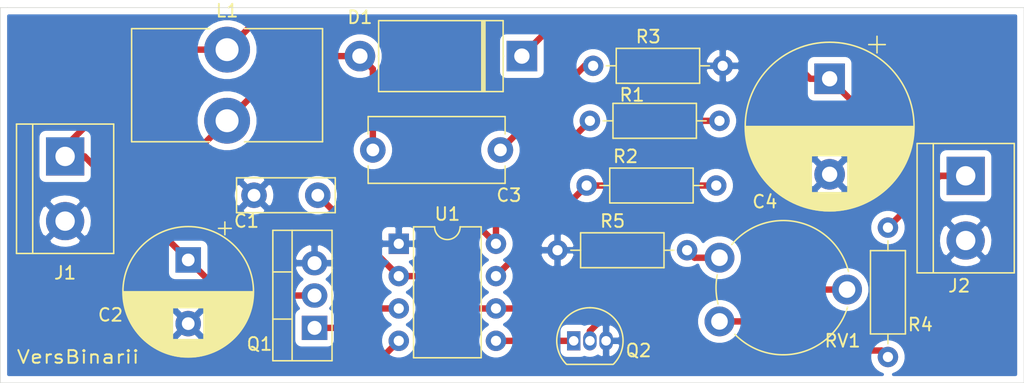
<source format=kicad_pcb>
(kicad_pcb (version 20171130) (host pcbnew 5.1.9)

  (general
    (thickness 1.6)
    (drawings 6)
    (tracks 59)
    (zones 0)
    (modules 17)
    (nets 13)
  )

  (page A4)
  (layers
    (0 F.Cu signal)
    (31 B.Cu signal)
    (32 B.Adhes user)
    (33 F.Adhes user)
    (34 B.Paste user)
    (35 F.Paste user)
    (36 B.SilkS user)
    (37 F.SilkS user)
    (38 B.Mask user)
    (39 F.Mask user)
    (44 Edge.Cuts user)
    (45 Margin user)
    (46 B.CrtYd user)
    (47 F.CrtYd user hide)
    (48 B.Fab user hide)
    (49 F.Fab user hide)
  )

  (setup
    (last_trace_width 0.25)
    (user_trace_width 0.5)
    (user_trace_width 1.2)
    (trace_clearance 0.2)
    (zone_clearance 0.508)
    (zone_45_only no)
    (trace_min 0.2)
    (via_size 0.8)
    (via_drill 0.4)
    (via_min_size 0.4)
    (via_min_drill 0.3)
    (uvia_size 0.3)
    (uvia_drill 0.1)
    (uvias_allowed no)
    (uvia_min_size 0.2)
    (uvia_min_drill 0.1)
    (edge_width 0.05)
    (segment_width 0.2)
    (pcb_text_width 0.3)
    (pcb_text_size 1.5 1.5)
    (mod_edge_width 0.12)
    (mod_text_size 1 1)
    (mod_text_width 0.15)
    (pad_size 1.524 1.524)
    (pad_drill 0.762)
    (pad_to_mask_clearance 0)
    (aux_axis_origin 0 0)
    (visible_elements FFFFFF7F)
    (pcbplotparams
      (layerselection 0x010fc_ffffffff)
      (usegerberextensions false)
      (usegerberattributes true)
      (usegerberadvancedattributes true)
      (creategerberjobfile true)
      (excludeedgelayer true)
      (linewidth 0.100000)
      (plotframeref false)
      (viasonmask false)
      (mode 1)
      (useauxorigin false)
      (hpglpennumber 1)
      (hpglpenspeed 20)
      (hpglpendiameter 15.000000)
      (psnegative false)
      (psa4output false)
      (plotreference true)
      (plotvalue true)
      (plotinvisibletext false)
      (padsonsilk false)
      (subtractmaskfromsilk false)
      (outputformat 1)
      (mirror false)
      (drillshape 0)
      (scaleselection 1)
      (outputdirectory "gerber"))
  )

  (net 0 "")
  (net 1 GND)
  (net 2 "Net-(C1-Pad1)")
  (net 3 "Net-(C2-Pad1)")
  (net 4 "Net-(C3-Pad2)")
  (net 5 "Net-(C3-Pad1)")
  (net 6 "Net-(C4-Pad1)")
  (net 7 "Net-(Q1-Pad1)")
  (net 8 "Net-(Q2-Pad1)")
  (net 9 "Net-(Q2-Pad2)")
  (net 10 "Net-(R1-Pad2)")
  (net 11 "Net-(R4-Pad2)")
  (net 12 "Net-(R5-Pad1)")

  (net_class Default "This is the default net class."
    (clearance 0.2)
    (trace_width 0.25)
    (via_dia 0.8)
    (via_drill 0.4)
    (uvia_dia 0.3)
    (uvia_drill 0.1)
    (add_net GND)
    (add_net "Net-(C1-Pad1)")
    (add_net "Net-(C2-Pad1)")
    (add_net "Net-(C3-Pad1)")
    (add_net "Net-(C3-Pad2)")
    (add_net "Net-(C4-Pad1)")
    (add_net "Net-(Q1-Pad1)")
    (add_net "Net-(Q2-Pad1)")
    (add_net "Net-(Q2-Pad2)")
    (add_net "Net-(R1-Pad2)")
    (add_net "Net-(R4-Pad2)")
    (add_net "Net-(R5-Pad1)")
  )

  (module Resistor_THT:R_Axial_DIN0207_L6.3mm_D2.5mm_P10.16mm_Horizontal (layer F.Cu) (tedit 5AE5139B) (tstamp 60401486)
    (at 138.684 84.074)
    (descr "Resistor, Axial_DIN0207 series, Axial, Horizontal, pin pitch=10.16mm, 0.25W = 1/4W, length*diameter=6.3*2.5mm^2, http://cdn-reichelt.de/documents/datenblatt/B400/1_4W%23YAG.pdf")
    (tags "Resistor Axial_DIN0207 series Axial Horizontal pin pitch 10.16mm 0.25W = 1/4W length 6.3mm diameter 2.5mm")
    (path /60241D16)
    (fp_text reference R1 (at 3.302 -2.032 180) (layer F.SilkS)
      (effects (font (size 1 1) (thickness 0.15)))
    )
    (fp_text value 1K (at 5.08 2.37) (layer F.Fab) hide
      (effects (font (size 1 1) (thickness 0.15)))
    )
    (fp_line (start 11.21 -1.5) (end -1.05 -1.5) (layer F.CrtYd) (width 0.05))
    (fp_line (start 11.21 1.5) (end 11.21 -1.5) (layer F.CrtYd) (width 0.05))
    (fp_line (start -1.05 1.5) (end 11.21 1.5) (layer F.CrtYd) (width 0.05))
    (fp_line (start -1.05 -1.5) (end -1.05 1.5) (layer F.CrtYd) (width 0.05))
    (fp_line (start 9.12 0) (end 8.35 0) (layer F.SilkS) (width 0.12))
    (fp_line (start 1.04 0) (end 1.81 0) (layer F.SilkS) (width 0.12))
    (fp_line (start 8.35 -1.37) (end 1.81 -1.37) (layer F.SilkS) (width 0.12))
    (fp_line (start 8.35 1.37) (end 8.35 -1.37) (layer F.SilkS) (width 0.12))
    (fp_line (start 1.81 1.37) (end 8.35 1.37) (layer F.SilkS) (width 0.12))
    (fp_line (start 1.81 -1.37) (end 1.81 1.37) (layer F.SilkS) (width 0.12))
    (fp_line (start 10.16 0) (end 8.23 0) (layer F.Fab) (width 0.1))
    (fp_line (start 0 0) (end 1.93 0) (layer F.Fab) (width 0.1))
    (fp_line (start 8.23 -1.25) (end 1.93 -1.25) (layer F.Fab) (width 0.1))
    (fp_line (start 8.23 1.25) (end 8.23 -1.25) (layer F.Fab) (width 0.1))
    (fp_line (start 1.93 1.25) (end 8.23 1.25) (layer F.Fab) (width 0.1))
    (fp_line (start 1.93 -1.25) (end 1.93 1.25) (layer F.Fab) (width 0.1))
    (fp_text user %R (at 5.08 0) (layer F.Fab) hide
      (effects (font (size 1 1) (thickness 0.15)))
    )
    (pad 2 thru_hole oval (at 10.16 0) (size 1.6 1.6) (drill 0.8) (layers *.Cu *.Mask)
      (net 10 "Net-(R1-Pad2)"))
    (pad 1 thru_hole circle (at 0 0) (size 1.6 1.6) (drill 0.8) (layers *.Cu *.Mask)
      (net 3 "Net-(C2-Pad1)"))
    (model ${KISYS3DMOD}/Resistor_THT.3dshapes/R_Axial_DIN0207_L6.3mm_D2.5mm_P10.16mm_Horizontal.wrl
      (at (xyz 0 0 0))
      (scale (xyz 1 1 1))
      (rotate (xyz 0 0 0))
    )
  )

  (module Package_DIP:DIP-8_W7.62mm (layer F.Cu) (tedit 5A02E8C5) (tstamp 6040061C)
    (at 123.698 93.726)
    (descr "8-lead though-hole mounted DIP package, row spacing 7.62 mm (300 mils)")
    (tags "THT DIP DIL PDIP 2.54mm 7.62mm 300mil")
    (path /6023F90D)
    (fp_text reference U1 (at 3.81 -2.33) (layer F.SilkS)
      (effects (font (size 1 1) (thickness 0.15)))
    )
    (fp_text value NE555P (at 3.81 9.95) (layer F.Fab) hide
      (effects (font (size 1 1) (thickness 0.15)))
    )
    (fp_line (start 8.7 -1.55) (end -1.1 -1.55) (layer F.CrtYd) (width 0.05))
    (fp_line (start 8.7 9.15) (end 8.7 -1.55) (layer F.CrtYd) (width 0.05))
    (fp_line (start -1.1 9.15) (end 8.7 9.15) (layer F.CrtYd) (width 0.05))
    (fp_line (start -1.1 -1.55) (end -1.1 9.15) (layer F.CrtYd) (width 0.05))
    (fp_line (start 6.46 -1.33) (end 4.81 -1.33) (layer F.SilkS) (width 0.12))
    (fp_line (start 6.46 8.95) (end 6.46 -1.33) (layer F.SilkS) (width 0.12))
    (fp_line (start 1.16 8.95) (end 6.46 8.95) (layer F.SilkS) (width 0.12))
    (fp_line (start 1.16 -1.33) (end 1.16 8.95) (layer F.SilkS) (width 0.12))
    (fp_line (start 2.81 -1.33) (end 1.16 -1.33) (layer F.SilkS) (width 0.12))
    (fp_line (start 0.635 -0.27) (end 1.635 -1.27) (layer F.Fab) (width 0.1))
    (fp_line (start 0.635 8.89) (end 0.635 -0.27) (layer F.Fab) (width 0.1))
    (fp_line (start 6.985 8.89) (end 0.635 8.89) (layer F.Fab) (width 0.1))
    (fp_line (start 6.985 -1.27) (end 6.985 8.89) (layer F.Fab) (width 0.1))
    (fp_line (start 1.635 -1.27) (end 6.985 -1.27) (layer F.Fab) (width 0.1))
    (fp_text user %R (at 3.81 3.81) (layer F.Fab) hide
      (effects (font (size 1 1) (thickness 0.15)))
    )
    (fp_arc (start 3.81 -1.33) (end 2.81 -1.33) (angle -180) (layer F.SilkS) (width 0.12))
    (pad 8 thru_hole oval (at 7.62 0) (size 1.6 1.6) (drill 0.8) (layers *.Cu *.Mask)
      (net 3 "Net-(C2-Pad1)"))
    (pad 4 thru_hole oval (at 0 7.62) (size 1.6 1.6) (drill 0.8) (layers *.Cu *.Mask)
      (net 3 "Net-(C2-Pad1)"))
    (pad 7 thru_hole oval (at 7.62 2.54) (size 1.6 1.6) (drill 0.8) (layers *.Cu *.Mask)
      (net 10 "Net-(R1-Pad2)"))
    (pad 3 thru_hole oval (at 0 5.08) (size 1.6 1.6) (drill 0.8) (layers *.Cu *.Mask)
      (net 7 "Net-(Q1-Pad1)"))
    (pad 6 thru_hole oval (at 7.62 5.08) (size 1.6 1.6) (drill 0.8) (layers *.Cu *.Mask)
      (net 2 "Net-(C1-Pad1)"))
    (pad 2 thru_hole oval (at 0 2.54) (size 1.6 1.6) (drill 0.8) (layers *.Cu *.Mask)
      (net 2 "Net-(C1-Pad1)"))
    (pad 5 thru_hole oval (at 7.62 7.62) (size 1.6 1.6) (drill 0.8) (layers *.Cu *.Mask)
      (net 8 "Net-(Q2-Pad1)"))
    (pad 1 thru_hole rect (at 0 0) (size 1.6 1.6) (drill 0.8) (layers *.Cu *.Mask)
      (net 1 GND))
    (model ${KISYS3DMOD}/Package_DIP.3dshapes/DIP-8_W7.62mm.wrl
      (at (xyz 0 0 0))
      (scale (xyz 1 1 1))
      (rotate (xyz 0 0 0))
    )
  )

  (module Potentiometer_THT:Potentiometer_Piher_PT-10-V10_Vertical (layer F.Cu) (tedit 5A3D4993) (tstamp 604011BD)
    (at 148.844 99.822)
    (descr "Potentiometer, vertical, Piher PT-10-V10, http://www.piher-nacesa.com/pdf/12-PT10v03.pdf")
    (tags "Potentiometer vertical Piher PT-10-V10")
    (path /6026DCC6)
    (fp_text reference RV1 (at 9.652 1.524) (layer F.SilkS)
      (effects (font (size 1 1) (thickness 0.15)))
    )
    (fp_text value 1k (at 5 3.75) (layer F.Fab) hide
      (effects (font (size 1 1) (thickness 0.15)))
    )
    (fp_line (start 11.45 -8.05) (end -1.45 -8.05) (layer F.CrtYd) (width 0.05))
    (fp_line (start 11.45 2.75) (end 11.45 -8.05) (layer F.CrtYd) (width 0.05))
    (fp_line (start -1.45 2.75) (end 11.45 2.75) (layer F.CrtYd) (width 0.05))
    (fp_line (start -1.45 -8.05) (end -1.45 2.75) (layer F.CrtYd) (width 0.05))
    (fp_circle (center 5 -2.65) (end 6.5 -2.65) (layer F.Fab) (width 0.1))
    (fp_circle (center 5 -2.65) (end 10.15 -2.65) (layer F.Fab) (width 0.1))
    (fp_text user %R (at 1.05 -2.65 90) (layer F.Fab) hide
      (effects (font (size 1 1) (thickness 0.15)))
    )
    (fp_arc (start 5 -2.65) (end 1.209 1.011) (angle -47) (layer F.SilkS) (width 0.12))
    (fp_arc (start 5 -2.65) (end -0.174 -3.656) (angle -25) (layer F.SilkS) (width 0.12))
    (fp_arc (start 5 -2.65) (end 10.114 -3.924) (angle -126) (layer F.SilkS) (width 0.12))
    (fp_arc (start 5 -2.65) (end 5 2.62) (angle -73) (layer F.SilkS) (width 0.12))
    (pad 1 thru_hole circle (at 0 0) (size 2.34 2.34) (drill 1.3) (layers *.Cu *.Mask)
      (net 11 "Net-(R4-Pad2)"))
    (pad 2 thru_hole circle (at 10 -2.5) (size 2.34 2.34) (drill 1.3) (layers *.Cu *.Mask)
      (net 9 "Net-(Q2-Pad2)"))
    (pad 3 thru_hole circle (at 0 -5) (size 2.34 2.34) (drill 1.3) (layers *.Cu *.Mask)
      (net 12 "Net-(R5-Pad1)"))
    (model ${KISYS3DMOD}/Potentiometer_THT.3dshapes/Potentiometer_Piher_PT-10-V10_Vertical.wrl
      (at (xyz 0 0 0))
      (scale (xyz 1 1 1))
      (rotate (xyz 0 0 0))
    )
  )

  (module Resistor_THT:R_Axial_DIN0207_L6.3mm_D2.5mm_P10.16mm_Horizontal (layer F.Cu) (tedit 5AE5139B) (tstamp 603FAF15)
    (at 146.304 94.234 180)
    (descr "Resistor, Axial_DIN0207 series, Axial, Horizontal, pin pitch=10.16mm, 0.25W = 1/4W, length*diameter=6.3*2.5mm^2, http://cdn-reichelt.de/documents/datenblatt/B400/1_4W%23YAG.pdf")
    (tags "Resistor Axial_DIN0207 series Axial Horizontal pin pitch 10.16mm 0.25W = 1/4W length 6.3mm diameter 2.5mm")
    (path /6028E1C3)
    (fp_text reference R5 (at 5.842 2.286) (layer F.SilkS)
      (effects (font (size 1 1) (thickness 0.15)))
    )
    (fp_text value 470 (at 5.08 2.37) (layer F.Fab) hide
      (effects (font (size 1 1) (thickness 0.15)))
    )
    (fp_line (start 11.21 -1.5) (end -1.05 -1.5) (layer F.CrtYd) (width 0.05))
    (fp_line (start 11.21 1.5) (end 11.21 -1.5) (layer F.CrtYd) (width 0.05))
    (fp_line (start -1.05 1.5) (end 11.21 1.5) (layer F.CrtYd) (width 0.05))
    (fp_line (start -1.05 -1.5) (end -1.05 1.5) (layer F.CrtYd) (width 0.05))
    (fp_line (start 9.12 0) (end 8.35 0) (layer F.SilkS) (width 0.12))
    (fp_line (start 1.04 0) (end 1.81 0) (layer F.SilkS) (width 0.12))
    (fp_line (start 8.35 -1.37) (end 1.81 -1.37) (layer F.SilkS) (width 0.12))
    (fp_line (start 8.35 1.37) (end 8.35 -1.37) (layer F.SilkS) (width 0.12))
    (fp_line (start 1.81 1.37) (end 8.35 1.37) (layer F.SilkS) (width 0.12))
    (fp_line (start 1.81 -1.37) (end 1.81 1.37) (layer F.SilkS) (width 0.12))
    (fp_line (start 10.16 0) (end 8.23 0) (layer F.Fab) (width 0.1))
    (fp_line (start 0 0) (end 1.93 0) (layer F.Fab) (width 0.1))
    (fp_line (start 8.23 -1.25) (end 1.93 -1.25) (layer F.Fab) (width 0.1))
    (fp_line (start 8.23 1.25) (end 8.23 -1.25) (layer F.Fab) (width 0.1))
    (fp_line (start 1.93 1.25) (end 8.23 1.25) (layer F.Fab) (width 0.1))
    (fp_line (start 1.93 -1.25) (end 1.93 1.25) (layer F.Fab) (width 0.1))
    (fp_text user %R (at 5.08 0) (layer F.Fab) hide
      (effects (font (size 1 1) (thickness 0.15)))
    )
    (pad 2 thru_hole oval (at 10.16 0 180) (size 1.6 1.6) (drill 0.8) (layers *.Cu *.Mask)
      (net 1 GND))
    (pad 1 thru_hole circle (at 0 0 180) (size 1.6 1.6) (drill 0.8) (layers *.Cu *.Mask)
      (net 12 "Net-(R5-Pad1)"))
    (model ${KISYS3DMOD}/Resistor_THT.3dshapes/R_Axial_DIN0207_L6.3mm_D2.5mm_P10.16mm_Horizontal.wrl
      (at (xyz 0 0 0))
      (scale (xyz 1 1 1))
      (rotate (xyz 0 0 0))
    )
  )

  (module Resistor_THT:R_Axial_DIN0207_L6.3mm_D2.5mm_P10.16mm_Horizontal (layer F.Cu) (tedit 5AE5139B) (tstamp 603FC239)
    (at 162.052 92.456 270)
    (descr "Resistor, Axial_DIN0207 series, Axial, Horizontal, pin pitch=10.16mm, 0.25W = 1/4W, length*diameter=6.3*2.5mm^2, http://cdn-reichelt.de/documents/datenblatt/B400/1_4W%23YAG.pdf")
    (tags "Resistor Axial_DIN0207 series Axial Horizontal pin pitch 10.16mm 0.25W = 1/4W length 6.3mm diameter 2.5mm")
    (path /60241AB3)
    (fp_text reference R4 (at 7.62 -2.54 180) (layer F.SilkS)
      (effects (font (size 1 1) (thickness 0.15)))
    )
    (fp_text value 220K (at 5.08 2.37 90) (layer F.Fab) hide
      (effects (font (size 1 1) (thickness 0.15)))
    )
    (fp_line (start 11.21 -1.5) (end -1.05 -1.5) (layer F.CrtYd) (width 0.05))
    (fp_line (start 11.21 1.5) (end 11.21 -1.5) (layer F.CrtYd) (width 0.05))
    (fp_line (start -1.05 1.5) (end 11.21 1.5) (layer F.CrtYd) (width 0.05))
    (fp_line (start -1.05 -1.5) (end -1.05 1.5) (layer F.CrtYd) (width 0.05))
    (fp_line (start 9.12 0) (end 8.35 0) (layer F.SilkS) (width 0.12))
    (fp_line (start 1.04 0) (end 1.81 0) (layer F.SilkS) (width 0.12))
    (fp_line (start 8.35 -1.37) (end 1.81 -1.37) (layer F.SilkS) (width 0.12))
    (fp_line (start 8.35 1.37) (end 8.35 -1.37) (layer F.SilkS) (width 0.12))
    (fp_line (start 1.81 1.37) (end 8.35 1.37) (layer F.SilkS) (width 0.12))
    (fp_line (start 1.81 -1.37) (end 1.81 1.37) (layer F.SilkS) (width 0.12))
    (fp_line (start 10.16 0) (end 8.23 0) (layer F.Fab) (width 0.1))
    (fp_line (start 0 0) (end 1.93 0) (layer F.Fab) (width 0.1))
    (fp_line (start 8.23 -1.25) (end 1.93 -1.25) (layer F.Fab) (width 0.1))
    (fp_line (start 8.23 1.25) (end 8.23 -1.25) (layer F.Fab) (width 0.1))
    (fp_line (start 1.93 1.25) (end 8.23 1.25) (layer F.Fab) (width 0.1))
    (fp_line (start 1.93 -1.25) (end 1.93 1.25) (layer F.Fab) (width 0.1))
    (pad 2 thru_hole oval (at 10.16 0 270) (size 1.6 1.6) (drill 0.8) (layers *.Cu *.Mask)
      (net 11 "Net-(R4-Pad2)"))
    (pad 1 thru_hole circle (at 0 0 270) (size 1.6 1.6) (drill 0.8) (layers *.Cu *.Mask)
      (net 6 "Net-(C4-Pad1)"))
    (model ${KISYS3DMOD}/Resistor_THT.3dshapes/R_Axial_DIN0207_L6.3mm_D2.5mm_P10.16mm_Horizontal.wrl
      (at (xyz 0 0 0))
      (scale (xyz 1 1 1))
      (rotate (xyz 0 0 0))
    )
  )

  (module Resistor_THT:R_Axial_DIN0207_L6.3mm_D2.5mm_P10.16mm_Horizontal (layer F.Cu) (tedit 5AE5139B) (tstamp 603FAEE7)
    (at 138.938 79.756)
    (descr "Resistor, Axial_DIN0207 series, Axial, Horizontal, pin pitch=10.16mm, 0.25W = 1/4W, length*diameter=6.3*2.5mm^2, http://cdn-reichelt.de/documents/datenblatt/B400/1_4W%23YAG.pdf")
    (tags "Resistor Axial_DIN0207 series Axial Horizontal pin pitch 10.16mm 0.25W = 1/4W length 6.3mm diameter 2.5mm")
    (path /602416D2)
    (fp_text reference R3 (at 4.318 -2.286) (layer F.SilkS)
      (effects (font (size 1 1) (thickness 0.15)))
    )
    (fp_text value 47R (at 5.08 2.37) (layer F.Fab) hide
      (effects (font (size 1 1) (thickness 0.15)))
    )
    (fp_line (start 1.93 -1.25) (end 1.93 1.25) (layer F.Fab) (width 0.1))
    (fp_line (start 1.93 1.25) (end 8.23 1.25) (layer F.Fab) (width 0.1))
    (fp_line (start 8.23 1.25) (end 8.23 -1.25) (layer F.Fab) (width 0.1))
    (fp_line (start 8.23 -1.25) (end 1.93 -1.25) (layer F.Fab) (width 0.1))
    (fp_line (start 0 0) (end 1.93 0) (layer F.Fab) (width 0.1))
    (fp_line (start 10.16 0) (end 8.23 0) (layer F.Fab) (width 0.1))
    (fp_line (start 1.81 -1.37) (end 1.81 1.37) (layer F.SilkS) (width 0.12))
    (fp_line (start 1.81 1.37) (end 8.35 1.37) (layer F.SilkS) (width 0.12))
    (fp_line (start 8.35 1.37) (end 8.35 -1.37) (layer F.SilkS) (width 0.12))
    (fp_line (start 8.35 -1.37) (end 1.81 -1.37) (layer F.SilkS) (width 0.12))
    (fp_line (start 1.04 0) (end 1.81 0) (layer F.SilkS) (width 0.12))
    (fp_line (start 9.12 0) (end 8.35 0) (layer F.SilkS) (width 0.12))
    (fp_line (start -1.05 -1.5) (end -1.05 1.5) (layer F.CrtYd) (width 0.05))
    (fp_line (start -1.05 1.5) (end 11.21 1.5) (layer F.CrtYd) (width 0.05))
    (fp_line (start 11.21 1.5) (end 11.21 -1.5) (layer F.CrtYd) (width 0.05))
    (fp_line (start 11.21 -1.5) (end -1.05 -1.5) (layer F.CrtYd) (width 0.05))
    (fp_text user %R (at 5.08 0) (layer F.Fab) hide
      (effects (font (size 1 1) (thickness 0.15)))
    )
    (pad 1 thru_hole circle (at 0 0) (size 1.6 1.6) (drill 0.8) (layers *.Cu *.Mask)
      (net 4 "Net-(C3-Pad2)"))
    (pad 2 thru_hole oval (at 10.16 0) (size 1.6 1.6) (drill 0.8) (layers *.Cu *.Mask)
      (net 1 GND))
    (model ${KISYS3DMOD}/Resistor_THT.3dshapes/R_Axial_DIN0207_L6.3mm_D2.5mm_P10.16mm_Horizontal.wrl
      (at (xyz 0 0 0))
      (scale (xyz 1 1 1))
      (rotate (xyz 0 0 0))
    )
  )

  (module Resistor_THT:R_Axial_DIN0207_L6.3mm_D2.5mm_P10.16mm_Horizontal (layer F.Cu) (tedit 5AE5139B) (tstamp 6040256C)
    (at 138.43 89.154)
    (descr "Resistor, Axial_DIN0207 series, Axial, Horizontal, pin pitch=10.16mm, 0.25W = 1/4W, length*diameter=6.3*2.5mm^2, http://cdn-reichelt.de/documents/datenblatt/B400/1_4W%23YAG.pdf")
    (tags "Resistor Axial_DIN0207 series Axial Horizontal pin pitch 10.16mm 0.25W = 1/4W length 6.3mm diameter 2.5mm")
    (path /60241EEB)
    (fp_text reference R2 (at 3.048 -2.286) (layer F.SilkS)
      (effects (font (size 1 1) (thickness 0.15)))
    )
    (fp_text value 10K (at 5.08 2.37) (layer F.Fab) hide
      (effects (font (size 1 1) (thickness 0.15)))
    )
    (fp_line (start 11.21 -1.5) (end -1.05 -1.5) (layer F.CrtYd) (width 0.05))
    (fp_line (start 11.21 1.5) (end 11.21 -1.5) (layer F.CrtYd) (width 0.05))
    (fp_line (start -1.05 1.5) (end 11.21 1.5) (layer F.CrtYd) (width 0.05))
    (fp_line (start -1.05 -1.5) (end -1.05 1.5) (layer F.CrtYd) (width 0.05))
    (fp_line (start 9.12 0) (end 8.35 0) (layer F.SilkS) (width 0.12))
    (fp_line (start 1.04 0) (end 1.81 0) (layer F.SilkS) (width 0.12))
    (fp_line (start 8.35 -1.37) (end 1.81 -1.37) (layer F.SilkS) (width 0.12))
    (fp_line (start 8.35 1.37) (end 8.35 -1.37) (layer F.SilkS) (width 0.12))
    (fp_line (start 1.81 1.37) (end 8.35 1.37) (layer F.SilkS) (width 0.12))
    (fp_line (start 1.81 -1.37) (end 1.81 1.37) (layer F.SilkS) (width 0.12))
    (fp_line (start 10.16 0) (end 8.23 0) (layer F.Fab) (width 0.1))
    (fp_line (start 0 0) (end 1.93 0) (layer F.Fab) (width 0.1))
    (fp_line (start 8.23 -1.25) (end 1.93 -1.25) (layer F.Fab) (width 0.1))
    (fp_line (start 8.23 1.25) (end 8.23 -1.25) (layer F.Fab) (width 0.1))
    (fp_line (start 1.93 1.25) (end 8.23 1.25) (layer F.Fab) (width 0.1))
    (fp_line (start 1.93 -1.25) (end 1.93 1.25) (layer F.Fab) (width 0.1))
    (fp_text user %R (at 5.08 0) (layer F.Fab) hide
      (effects (font (size 1 1) (thickness 0.15)))
    )
    (pad 2 thru_hole oval (at 10.16 0) (size 1.6 1.6) (drill 0.8) (layers *.Cu *.Mask)
      (net 2 "Net-(C1-Pad1)"))
    (pad 1 thru_hole circle (at 0 0) (size 1.6 1.6) (drill 0.8) (layers *.Cu *.Mask)
      (net 10 "Net-(R1-Pad2)"))
    (model ${KISYS3DMOD}/Resistor_THT.3dshapes/R_Axial_DIN0207_L6.3mm_D2.5mm_P10.16mm_Horizontal.wrl
      (at (xyz 0 0 0))
      (scale (xyz 1 1 1))
      (rotate (xyz 0 0 0))
    )
  )

  (module Package_TO_SOT_THT:TO-92_Inline (layer F.Cu) (tedit 5A1DD157) (tstamp 603FAEA2)
    (at 137.414 101.346)
    (descr "TO-92 leads in-line, narrow, oval pads, drill 0.75mm (see NXP sot054_po.pdf)")
    (tags "to-92 sc-43 sc-43a sot54 PA33 transistor")
    (path /6026CADB)
    (fp_text reference Q2 (at 5.08 0.762) (layer F.SilkS)
      (effects (font (size 1 1) (thickness 0.15)))
    )
    (fp_text value BC547 (at 1.27 2.79) (layer F.SilkS) hide
      (effects (font (size 1 1) (thickness 0.15)))
    )
    (fp_line (start 4 2.01) (end -1.46 2.01) (layer F.CrtYd) (width 0.05))
    (fp_line (start 4 2.01) (end 4 -2.73) (layer F.CrtYd) (width 0.05))
    (fp_line (start -1.46 -2.73) (end -1.46 2.01) (layer F.CrtYd) (width 0.05))
    (fp_line (start -1.46 -2.73) (end 4 -2.73) (layer F.CrtYd) (width 0.05))
    (fp_line (start -0.5 1.75) (end 3 1.75) (layer F.Fab) (width 0.1))
    (fp_line (start -0.53 1.85) (end 3.07 1.85) (layer F.SilkS) (width 0.12))
    (fp_arc (start 1.27 0) (end 1.27 -2.6) (angle 135) (layer F.SilkS) (width 0.12))
    (fp_arc (start 1.27 0) (end 1.27 -2.48) (angle -135) (layer F.Fab) (width 0.1))
    (fp_arc (start 1.27 0) (end 1.27 -2.6) (angle -135) (layer F.SilkS) (width 0.12))
    (fp_arc (start 1.27 0) (end 1.27 -2.48) (angle 135) (layer F.Fab) (width 0.1))
    (fp_text user %R (at 1.27 0) (layer F.Fab)
      (effects (font (size 1 1) (thickness 0.15)))
    )
    (pad 1 thru_hole rect (at 0 0) (size 1.05 1.5) (drill 0.75) (layers *.Cu *.Mask)
      (net 8 "Net-(Q2-Pad1)"))
    (pad 3 thru_hole oval (at 2.54 0) (size 1.05 1.5) (drill 0.75) (layers *.Cu *.Mask)
      (net 1 GND))
    (pad 2 thru_hole oval (at 1.27 0) (size 1.05 1.5) (drill 0.75) (layers *.Cu *.Mask)
      (net 9 "Net-(Q2-Pad2)"))
    (model ${KISYS3DMOD}/Package_TO_SOT_THT.3dshapes/TO-92_Inline.wrl
      (at (xyz 0 0 0))
      (scale (xyz 1 1 1))
      (rotate (xyz 0 0 0))
    )
  )

  (module Package_TO_SOT_THT:TO-220-3_Vertical (layer F.Cu) (tedit 5AC8BA0D) (tstamp 603FFC2B)
    (at 117.094 100.33 90)
    (descr "TO-220-3, Vertical, RM 2.54mm, see https://www.vishay.com/docs/66542/to-220-1.pdf")
    (tags "TO-220-3 Vertical RM 2.54mm")
    (path /60248333)
    (fp_text reference Q1 (at -1.27 -4.318 180) (layer F.SilkS)
      (effects (font (size 1 1) (thickness 0.15)))
    )
    (fp_text value IRF740 (at 2.54 2.5 90) (layer F.Fab) hide
      (effects (font (size 1 1) (thickness 0.15)))
    )
    (fp_line (start 7.79 -3.4) (end -2.71 -3.4) (layer F.CrtYd) (width 0.05))
    (fp_line (start 7.79 1.51) (end 7.79 -3.4) (layer F.CrtYd) (width 0.05))
    (fp_line (start -2.71 1.51) (end 7.79 1.51) (layer F.CrtYd) (width 0.05))
    (fp_line (start -2.71 -3.4) (end -2.71 1.51) (layer F.CrtYd) (width 0.05))
    (fp_line (start 4.391 -3.27) (end 4.391 -1.76) (layer F.SilkS) (width 0.12))
    (fp_line (start 0.69 -3.27) (end 0.69 -1.76) (layer F.SilkS) (width 0.12))
    (fp_line (start -2.58 -1.76) (end 7.66 -1.76) (layer F.SilkS) (width 0.12))
    (fp_line (start 7.66 -3.27) (end 7.66 1.371) (layer F.SilkS) (width 0.12))
    (fp_line (start -2.58 -3.27) (end -2.58 1.371) (layer F.SilkS) (width 0.12))
    (fp_line (start -2.58 1.371) (end 7.66 1.371) (layer F.SilkS) (width 0.12))
    (fp_line (start -2.58 -3.27) (end 7.66 -3.27) (layer F.SilkS) (width 0.12))
    (fp_line (start 4.39 -3.15) (end 4.39 -1.88) (layer F.Fab) (width 0.1))
    (fp_line (start 0.69 -3.15) (end 0.69 -1.88) (layer F.Fab) (width 0.1))
    (fp_line (start -2.46 -1.88) (end 7.54 -1.88) (layer F.Fab) (width 0.1))
    (fp_line (start 7.54 -3.15) (end -2.46 -3.15) (layer F.Fab) (width 0.1))
    (fp_line (start 7.54 1.25) (end 7.54 -3.15) (layer F.Fab) (width 0.1))
    (fp_line (start -2.46 1.25) (end 7.54 1.25) (layer F.Fab) (width 0.1))
    (fp_line (start -2.46 -3.15) (end -2.46 1.25) (layer F.Fab) (width 0.1))
    (fp_text user %R (at 2.54 -4.27 90) (layer F.Fab) hide
      (effects (font (size 1 1) (thickness 0.15)))
    )
    (pad 3 thru_hole oval (at 5.08 0 90) (size 1.905 2) (drill 1.1) (layers *.Cu *.Mask)
      (net 1 GND))
    (pad 2 thru_hole oval (at 2.54 0 90) (size 1.905 2) (drill 1.1) (layers *.Cu *.Mask)
      (net 5 "Net-(C3-Pad1)"))
    (pad 1 thru_hole rect (at 0 0 90) (size 1.905 2) (drill 1.1) (layers *.Cu *.Mask)
      (net 7 "Net-(Q1-Pad1)"))
    (model ${KISYS3DMOD}/Package_TO_SOT_THT.3dshapes/TO-220-3_Vertical.wrl
      (at (xyz 0 0 0))
      (scale (xyz 1 1 1))
      (rotate (xyz 0 0 0))
    )
  )

  (module Inductor_THT:L_Toroid_Vertical_L14.7mm_W8.6mm_P5.58mm_Pulse_KM-1 (layer F.Cu) (tedit 5AE59B06) (tstamp 603FAE76)
    (at 110.236 78.486)
    (descr "L_Toroid, Vertical series, Radial, pin pitch=5.58mm, , length*width=14.73*8.64mm^2, Pulse, KM-1, http://datasheet.octopart.com/PE-92112KNL-Pulse-datasheet-17853305.pdf")
    (tags "L_Toroid Vertical series Radial pin pitch 5.58mm  length 14.73mm width 8.64mm Pulse KM-1")
    (path /602850E7)
    (fp_text reference L1 (at 0 -3.05) (layer F.SilkS)
      (effects (font (size 1 1) (thickness 0.15)))
    )
    (fp_text value 100mH (at 0 8.63) (layer F.Fab)
      (effects (font (size 1 1) (thickness 0.15)))
    )
    (fp_line (start 7.62 -2.05) (end -7.62 -2.05) (layer F.CrtYd) (width 0.05))
    (fp_line (start 7.62 7.63) (end 7.62 -2.05) (layer F.CrtYd) (width 0.05))
    (fp_line (start -7.62 7.63) (end 7.62 7.63) (layer F.CrtYd) (width 0.05))
    (fp_line (start -7.62 -2.05) (end -7.62 7.63) (layer F.CrtYd) (width 0.05))
    (fp_line (start 7.485 -1.65) (end 7.485 7.23) (layer F.SilkS) (width 0.12))
    (fp_line (start -7.485 -1.65) (end -7.485 7.23) (layer F.SilkS) (width 0.12))
    (fp_line (start 1.365 7.23) (end 7.485 7.23) (layer F.SilkS) (width 0.12))
    (fp_line (start -7.485 7.23) (end -1.365 7.23) (layer F.SilkS) (width 0.12))
    (fp_line (start 1.365 -1.65) (end 7.485 -1.65) (layer F.SilkS) (width 0.12))
    (fp_line (start -7.485 -1.65) (end -1.365 -1.65) (layer F.SilkS) (width 0.12))
    (fp_line (start 4.7136 0) (end 5.3028 5.58) (layer F.Fab) (width 0.1))
    (fp_line (start 3.5352 0) (end 4.1244 5.58) (layer F.Fab) (width 0.1))
    (fp_line (start 2.3568 0) (end 2.946 5.58) (layer F.Fab) (width 0.1))
    (fp_line (start 1.1784 0) (end 1.7676 5.58) (layer F.Fab) (width 0.1))
    (fp_line (start 0 0) (end 0.5892 5.58) (layer F.Fab) (width 0.1))
    (fp_line (start -1.1784 0) (end -0.5892 5.58) (layer F.Fab) (width 0.1))
    (fp_line (start -2.3568 0) (end -1.7676 5.58) (layer F.Fab) (width 0.1))
    (fp_line (start -3.5352 0) (end -2.946 5.58) (layer F.Fab) (width 0.1))
    (fp_line (start -4.7136 0) (end -4.1244 5.58) (layer F.Fab) (width 0.1))
    (fp_line (start -5.892 0) (end -5.3028 5.58) (layer F.Fab) (width 0.1))
    (fp_line (start 5.892 0) (end -5.892 0) (layer F.Fab) (width 0.1))
    (fp_line (start 5.892 5.58) (end 5.892 0) (layer F.Fab) (width 0.1))
    (fp_line (start -5.892 5.58) (end 5.892 5.58) (layer F.Fab) (width 0.1))
    (fp_line (start -5.892 0) (end -5.892 5.58) (layer F.Fab) (width 0.1))
    (fp_line (start 7.365 -1.53) (end -7.365 -1.53) (layer F.Fab) (width 0.1))
    (fp_line (start 7.365 7.11) (end 7.365 -1.53) (layer F.Fab) (width 0.1))
    (fp_line (start -7.365 7.11) (end 7.365 7.11) (layer F.Fab) (width 0.1))
    (fp_line (start -7.365 -1.53) (end -7.365 7.11) (layer F.Fab) (width 0.1))
    (fp_text user %R (at 2.79 0) (layer F.Fab) hide
      (effects (font (size 1 1) (thickness 0.15)))
    )
    (pad 2 thru_hole circle (at 0 5.58) (size 3.6 3.6) (drill 1.8) (layers *.Cu *.Mask)
      (net 5 "Net-(C3-Pad1)"))
    (pad 1 thru_hole circle (at 0 0) (size 3.6 3.6) (drill 1.8) (layers *.Cu *.Mask)
      (net 3 "Net-(C2-Pad1)"))
    (model ${KISYS3DMOD}/Inductor_THT.3dshapes/L_Toroid_Vertical_L14.7mm_W8.6mm_P5.58mm_Pulse_KM-1.wrl
      (at (xyz 0 0 0))
      (scale (xyz 1 1 1))
      (rotate (xyz 0 0 0))
    )
  )

  (module TerminalBlock:TerminalBlock_bornier-2_P5.08mm (layer F.Cu) (tedit 59FF03AB) (tstamp 603FE50F)
    (at 168.148 88.392 270)
    (descr "simple 2-pin terminal block, pitch 5.08mm, revamped version of bornier2")
    (tags "terminal block bornier2")
    (path /6029BB9F)
    (fp_text reference J2 (at 8.636 0.508 180) (layer F.SilkS)
      (effects (font (size 1 1) (thickness 0.15)))
    )
    (fp_text value Screw_Terminal_01x02 (at 2.54 5.08 90) (layer F.Fab) hide
      (effects (font (size 1 1) (thickness 0.15)))
    )
    (fp_line (start 7.79 4) (end -2.71 4) (layer F.CrtYd) (width 0.05))
    (fp_line (start 7.79 4) (end 7.79 -4) (layer F.CrtYd) (width 0.05))
    (fp_line (start -2.71 -4) (end -2.71 4) (layer F.CrtYd) (width 0.05))
    (fp_line (start -2.71 -4) (end 7.79 -4) (layer F.CrtYd) (width 0.05))
    (fp_line (start -2.54 3.81) (end 7.62 3.81) (layer F.SilkS) (width 0.12))
    (fp_line (start -2.54 -3.81) (end -2.54 3.81) (layer F.SilkS) (width 0.12))
    (fp_line (start 7.62 -3.81) (end -2.54 -3.81) (layer F.SilkS) (width 0.12))
    (fp_line (start 7.62 3.81) (end 7.62 -3.81) (layer F.SilkS) (width 0.12))
    (fp_line (start 7.62 2.54) (end -2.54 2.54) (layer F.SilkS) (width 0.12))
    (fp_line (start 7.54 -3.75) (end -2.46 -3.75) (layer F.Fab) (width 0.1))
    (fp_line (start 7.54 3.75) (end 7.54 -3.75) (layer F.Fab) (width 0.1))
    (fp_line (start -2.46 3.75) (end 7.54 3.75) (layer F.Fab) (width 0.1))
    (fp_line (start -2.46 -3.75) (end -2.46 3.75) (layer F.Fab) (width 0.1))
    (fp_line (start -2.41 2.55) (end 7.49 2.55) (layer F.Fab) (width 0.1))
    (fp_text user %R (at 2.54 0 90) (layer F.Fab) hide
      (effects (font (size 1 1) (thickness 0.15)))
    )
    (pad 2 thru_hole circle (at 5.08 0 270) (size 3 3) (drill 1.52) (layers *.Cu *.Mask)
      (net 1 GND))
    (pad 1 thru_hole rect (at 0 0 270) (size 3 3) (drill 1.52) (layers *.Cu *.Mask)
      (net 6 "Net-(C4-Pad1)"))
    (model ${KISYS3DMOD}/TerminalBlock.3dshapes/TerminalBlock_bornier-2_P5.08mm.wrl
      (offset (xyz 2.539999961853027 0 0))
      (scale (xyz 1 1 1))
      (rotate (xyz 0 0 0))
    )
  )

  (module TerminalBlock:TerminalBlock_bornier-2_P5.08mm (layer F.Cu) (tedit 59FF03AB) (tstamp 603FAE3E)
    (at 97.536 86.868 270)
    (descr "simple 2-pin terminal block, pitch 5.08mm, revamped version of bornier2")
    (tags "terminal block bornier2")
    (path /6029C839)
    (fp_text reference J1 (at 9.144 0 180) (layer F.SilkS)
      (effects (font (size 1 1) (thickness 0.15)))
    )
    (fp_text value Screw_Terminal_01x02 (at 2.54 5.08 90) (layer F.Fab) hide
      (effects (font (size 1 1) (thickness 0.15)))
    )
    (fp_line (start 7.79 4) (end -2.71 4) (layer F.CrtYd) (width 0.05))
    (fp_line (start 7.79 4) (end 7.79 -4) (layer F.CrtYd) (width 0.05))
    (fp_line (start -2.71 -4) (end -2.71 4) (layer F.CrtYd) (width 0.05))
    (fp_line (start -2.71 -4) (end 7.79 -4) (layer F.CrtYd) (width 0.05))
    (fp_line (start -2.54 3.81) (end 7.62 3.81) (layer F.SilkS) (width 0.12))
    (fp_line (start -2.54 -3.81) (end -2.54 3.81) (layer F.SilkS) (width 0.12))
    (fp_line (start 7.62 -3.81) (end -2.54 -3.81) (layer F.SilkS) (width 0.12))
    (fp_line (start 7.62 3.81) (end 7.62 -3.81) (layer F.SilkS) (width 0.12))
    (fp_line (start 7.62 2.54) (end -2.54 2.54) (layer F.SilkS) (width 0.12))
    (fp_line (start 7.54 -3.75) (end -2.46 -3.75) (layer F.Fab) (width 0.1))
    (fp_line (start 7.54 3.75) (end 7.54 -3.75) (layer F.Fab) (width 0.1))
    (fp_line (start -2.46 3.75) (end 7.54 3.75) (layer F.Fab) (width 0.1))
    (fp_line (start -2.46 -3.75) (end -2.46 3.75) (layer F.Fab) (width 0.1))
    (fp_line (start -2.41 2.55) (end 7.49 2.55) (layer F.Fab) (width 0.1))
    (fp_text user %R (at 2.54 0 90) (layer F.Fab) hide
      (effects (font (size 1 1) (thickness 0.15)))
    )
    (pad 2 thru_hole circle (at 5.08 0 270) (size 3 3) (drill 1.52) (layers *.Cu *.Mask)
      (net 1 GND))
    (pad 1 thru_hole rect (at 0 0 270) (size 3 3) (drill 1.52) (layers *.Cu *.Mask)
      (net 3 "Net-(C2-Pad1)"))
    (model ${KISYS3DMOD}/TerminalBlock.3dshapes/TerminalBlock_bornier-2_P5.08mm.wrl
      (offset (xyz 2.539999961853027 0 0))
      (scale (xyz 1 1 1))
      (rotate (xyz 0 0 0))
    )
  )

  (module Diode_THT:D_DO-27_P12.70mm_Horizontal (layer F.Cu) (tedit 5AE50CD5) (tstamp 603FAE29)
    (at 133.35 78.994 180)
    (descr "Diode, DO-27 series, Axial, Horizontal, pin pitch=12.7mm, , length*diameter=9.52*5.33mm^2, , http://www.slottechforum.com/slotinfo/Techstuff/CD2%20Diodes%20and%20Transistors/Cases/Diode%20DO-27.jpg")
    (tags "Diode DO-27 series Axial Horizontal pin pitch 12.7mm  length 9.52mm diameter 5.33mm")
    (path /60250B98)
    (fp_text reference D1 (at 12.7 3.048) (layer F.SilkS)
      (effects (font (size 1 1) (thickness 0.15)))
    )
    (fp_text value 400V/2A (at 7.112 0) (layer F.Fab) hide
      (effects (font (size 1 1) (thickness 0.15)))
    )
    (fp_line (start 14.15 -2.92) (end -1.45 -2.92) (layer F.CrtYd) (width 0.05))
    (fp_line (start 14.15 2.92) (end 14.15 -2.92) (layer F.CrtYd) (width 0.05))
    (fp_line (start -1.45 2.92) (end 14.15 2.92) (layer F.CrtYd) (width 0.05))
    (fp_line (start -1.45 -2.92) (end -1.45 2.92) (layer F.CrtYd) (width 0.05))
    (fp_line (start 2.898 -2.785) (end 2.898 2.785) (layer F.SilkS) (width 0.12))
    (fp_line (start 3.138 -2.785) (end 3.138 2.785) (layer F.SilkS) (width 0.12))
    (fp_line (start 3.018 -2.785) (end 3.018 2.785) (layer F.SilkS) (width 0.12))
    (fp_line (start 11.26 0) (end 11.23 0) (layer F.SilkS) (width 0.12))
    (fp_line (start 1.44 0) (end 1.47 0) (layer F.SilkS) (width 0.12))
    (fp_line (start 11.23 -2.785) (end 1.47 -2.785) (layer F.SilkS) (width 0.12))
    (fp_line (start 11.23 2.785) (end 11.23 -2.785) (layer F.SilkS) (width 0.12))
    (fp_line (start 1.47 2.785) (end 11.23 2.785) (layer F.SilkS) (width 0.12))
    (fp_line (start 1.47 -2.785) (end 1.47 2.785) (layer F.SilkS) (width 0.12))
    (fp_line (start 2.918 -2.665) (end 2.918 2.665) (layer F.Fab) (width 0.1))
    (fp_line (start 3.118 -2.665) (end 3.118 2.665) (layer F.Fab) (width 0.1))
    (fp_line (start 3.018 -2.665) (end 3.018 2.665) (layer F.Fab) (width 0.1))
    (fp_line (start 12.7 0) (end 11.11 0) (layer F.Fab) (width 0.1))
    (fp_line (start 0 0) (end 1.59 0) (layer F.Fab) (width 0.1))
    (fp_line (start 11.11 -2.665) (end 1.59 -2.665) (layer F.Fab) (width 0.1))
    (fp_line (start 11.11 2.665) (end 11.11 -2.665) (layer F.Fab) (width 0.1))
    (fp_line (start 1.59 2.665) (end 11.11 2.665) (layer F.Fab) (width 0.1))
    (fp_line (start 1.59 -2.665) (end 1.59 2.665) (layer F.Fab) (width 0.1))
    (fp_text user K (at 0 -2.2) (layer F.SilkS) hide
      (effects (font (size 1 1) (thickness 0.15)))
    )
    (fp_text user K (at 0 -2.2) (layer F.Fab) hide
      (effects (font (size 1 1) (thickness 0.15)))
    )
    (pad 2 thru_hole oval (at 12.7 0 180) (size 2.4 2.4) (drill 1.2) (layers *.Cu *.Mask)
      (net 5 "Net-(C3-Pad1)"))
    (pad 1 thru_hole rect (at 0 0 180) (size 2.4 2.4) (drill 1.2) (layers *.Cu *.Mask)
      (net 6 "Net-(C4-Pad1)"))
    (model ${KISYS3DMOD}/Diode_THT.3dshapes/D_DO-27_P12.70mm_Horizontal.wrl
      (at (xyz 0 0 0))
      (scale (xyz 1 1 1))
      (rotate (xyz 0 0 0))
    )
  )

  (module Capacitor_THT:CP_Radial_D13.0mm_P7.50mm (layer F.Cu) (tedit 5AE50EF1) (tstamp 603FAE0A)
    (at 157.48 80.772 270)
    (descr "CP, Radial series, Radial, pin pitch=7.50mm, , diameter=13mm, Electrolytic Capacitor")
    (tags "CP Radial series Radial pin pitch 7.50mm  diameter 13mm Electrolytic Capacitor")
    (path /60259785)
    (fp_text reference C4 (at 9.652 5.08 180) (layer F.SilkS)
      (effects (font (size 1 1) (thickness 0.15)))
    )
    (fp_text value 15u/350V (at 3.75 7.75 90) (layer F.Fab) hide
      (effects (font (size 1 1) (thickness 0.15)))
    )
    (fp_line (start -2.684569 -4.365) (end -2.684569 -3.065) (layer F.SilkS) (width 0.12))
    (fp_line (start -3.334569 -3.715) (end -2.034569 -3.715) (layer F.SilkS) (width 0.12))
    (fp_line (start 10.351 -0.475) (end 10.351 0.475) (layer F.SilkS) (width 0.12))
    (fp_line (start 10.311 -0.85) (end 10.311 0.85) (layer F.SilkS) (width 0.12))
    (fp_line (start 10.271 -1.107) (end 10.271 1.107) (layer F.SilkS) (width 0.12))
    (fp_line (start 10.231 -1.315) (end 10.231 1.315) (layer F.SilkS) (width 0.12))
    (fp_line (start 10.191 -1.494) (end 10.191 1.494) (layer F.SilkS) (width 0.12))
    (fp_line (start 10.151 -1.653) (end 10.151 1.653) (layer F.SilkS) (width 0.12))
    (fp_line (start 10.111 -1.798) (end 10.111 1.798) (layer F.SilkS) (width 0.12))
    (fp_line (start 10.071 -1.931) (end 10.071 1.931) (layer F.SilkS) (width 0.12))
    (fp_line (start 10.031 -2.055) (end 10.031 2.055) (layer F.SilkS) (width 0.12))
    (fp_line (start 9.991 -2.171) (end 9.991 2.171) (layer F.SilkS) (width 0.12))
    (fp_line (start 9.951 -2.281) (end 9.951 2.281) (layer F.SilkS) (width 0.12))
    (fp_line (start 9.911 -2.385) (end 9.911 2.385) (layer F.SilkS) (width 0.12))
    (fp_line (start 9.871 -2.484) (end 9.871 2.484) (layer F.SilkS) (width 0.12))
    (fp_line (start 9.831 -2.579) (end 9.831 2.579) (layer F.SilkS) (width 0.12))
    (fp_line (start 9.791 -2.67) (end 9.791 2.67) (layer F.SilkS) (width 0.12))
    (fp_line (start 9.751 -2.758) (end 9.751 2.758) (layer F.SilkS) (width 0.12))
    (fp_line (start 9.711 -2.842) (end 9.711 2.842) (layer F.SilkS) (width 0.12))
    (fp_line (start 9.671 -2.923) (end 9.671 2.923) (layer F.SilkS) (width 0.12))
    (fp_line (start 9.631 -3.002) (end 9.631 3.002) (layer F.SilkS) (width 0.12))
    (fp_line (start 9.591 -3.078) (end 9.591 3.078) (layer F.SilkS) (width 0.12))
    (fp_line (start 9.551 -3.152) (end 9.551 3.152) (layer F.SilkS) (width 0.12))
    (fp_line (start 9.511 -3.223) (end 9.511 3.223) (layer F.SilkS) (width 0.12))
    (fp_line (start 9.471 -3.293) (end 9.471 3.293) (layer F.SilkS) (width 0.12))
    (fp_line (start 9.431 -3.361) (end 9.431 3.361) (layer F.SilkS) (width 0.12))
    (fp_line (start 9.391 -3.427) (end 9.391 3.427) (layer F.SilkS) (width 0.12))
    (fp_line (start 9.351 -3.491) (end 9.351 3.491) (layer F.SilkS) (width 0.12))
    (fp_line (start 9.311 -3.554) (end 9.311 3.554) (layer F.SilkS) (width 0.12))
    (fp_line (start 9.271 -3.615) (end 9.271 3.615) (layer F.SilkS) (width 0.12))
    (fp_line (start 9.231 -3.675) (end 9.231 3.675) (layer F.SilkS) (width 0.12))
    (fp_line (start 9.191 -3.733) (end 9.191 3.733) (layer F.SilkS) (width 0.12))
    (fp_line (start 9.151 -3.79) (end 9.151 3.79) (layer F.SilkS) (width 0.12))
    (fp_line (start 9.111 -3.846) (end 9.111 3.846) (layer F.SilkS) (width 0.12))
    (fp_line (start 9.071 -3.9) (end 9.071 3.9) (layer F.SilkS) (width 0.12))
    (fp_line (start 9.031 -3.954) (end 9.031 3.954) (layer F.SilkS) (width 0.12))
    (fp_line (start 8.991 -4.006) (end 8.991 4.006) (layer F.SilkS) (width 0.12))
    (fp_line (start 8.951 -4.057) (end 8.951 4.057) (layer F.SilkS) (width 0.12))
    (fp_line (start 8.911 1.44) (end 8.911 4.108) (layer F.SilkS) (width 0.12))
    (fp_line (start 8.911 -4.108) (end 8.911 -1.44) (layer F.SilkS) (width 0.12))
    (fp_line (start 8.871 1.44) (end 8.871 4.157) (layer F.SilkS) (width 0.12))
    (fp_line (start 8.871 -4.157) (end 8.871 -1.44) (layer F.SilkS) (width 0.12))
    (fp_line (start 8.831 1.44) (end 8.831 4.205) (layer F.SilkS) (width 0.12))
    (fp_line (start 8.831 -4.205) (end 8.831 -1.44) (layer F.SilkS) (width 0.12))
    (fp_line (start 8.791 1.44) (end 8.791 4.253) (layer F.SilkS) (width 0.12))
    (fp_line (start 8.791 -4.253) (end 8.791 -1.44) (layer F.SilkS) (width 0.12))
    (fp_line (start 8.751 1.44) (end 8.751 4.299) (layer F.SilkS) (width 0.12))
    (fp_line (start 8.751 -4.299) (end 8.751 -1.44) (layer F.SilkS) (width 0.12))
    (fp_line (start 8.711 1.44) (end 8.711 4.345) (layer F.SilkS) (width 0.12))
    (fp_line (start 8.711 -4.345) (end 8.711 -1.44) (layer F.SilkS) (width 0.12))
    (fp_line (start 8.671 1.44) (end 8.671 4.39) (layer F.SilkS) (width 0.12))
    (fp_line (start 8.671 -4.39) (end 8.671 -1.44) (layer F.SilkS) (width 0.12))
    (fp_line (start 8.631 1.44) (end 8.631 4.434) (layer F.SilkS) (width 0.12))
    (fp_line (start 8.631 -4.434) (end 8.631 -1.44) (layer F.SilkS) (width 0.12))
    (fp_line (start 8.591 1.44) (end 8.591 4.477) (layer F.SilkS) (width 0.12))
    (fp_line (start 8.591 -4.477) (end 8.591 -1.44) (layer F.SilkS) (width 0.12))
    (fp_line (start 8.551 1.44) (end 8.551 4.519) (layer F.SilkS) (width 0.12))
    (fp_line (start 8.551 -4.519) (end 8.551 -1.44) (layer F.SilkS) (width 0.12))
    (fp_line (start 8.511 1.44) (end 8.511 4.561) (layer F.SilkS) (width 0.12))
    (fp_line (start 8.511 -4.561) (end 8.511 -1.44) (layer F.SilkS) (width 0.12))
    (fp_line (start 8.471 1.44) (end 8.471 4.602) (layer F.SilkS) (width 0.12))
    (fp_line (start 8.471 -4.602) (end 8.471 -1.44) (layer F.SilkS) (width 0.12))
    (fp_line (start 8.431 1.44) (end 8.431 4.643) (layer F.SilkS) (width 0.12))
    (fp_line (start 8.431 -4.643) (end 8.431 -1.44) (layer F.SilkS) (width 0.12))
    (fp_line (start 8.391 1.44) (end 8.391 4.682) (layer F.SilkS) (width 0.12))
    (fp_line (start 8.391 -4.682) (end 8.391 -1.44) (layer F.SilkS) (width 0.12))
    (fp_line (start 8.351 1.44) (end 8.351 4.721) (layer F.SilkS) (width 0.12))
    (fp_line (start 8.351 -4.721) (end 8.351 -1.44) (layer F.SilkS) (width 0.12))
    (fp_line (start 8.311 1.44) (end 8.311 4.76) (layer F.SilkS) (width 0.12))
    (fp_line (start 8.311 -4.76) (end 8.311 -1.44) (layer F.SilkS) (width 0.12))
    (fp_line (start 8.271 1.44) (end 8.271 4.797) (layer F.SilkS) (width 0.12))
    (fp_line (start 8.271 -4.797) (end 8.271 -1.44) (layer F.SilkS) (width 0.12))
    (fp_line (start 8.231 1.44) (end 8.231 4.834) (layer F.SilkS) (width 0.12))
    (fp_line (start 8.231 -4.834) (end 8.231 -1.44) (layer F.SilkS) (width 0.12))
    (fp_line (start 8.191 1.44) (end 8.191 4.871) (layer F.SilkS) (width 0.12))
    (fp_line (start 8.191 -4.871) (end 8.191 -1.44) (layer F.SilkS) (width 0.12))
    (fp_line (start 8.151 1.44) (end 8.151 4.907) (layer F.SilkS) (width 0.12))
    (fp_line (start 8.151 -4.907) (end 8.151 -1.44) (layer F.SilkS) (width 0.12))
    (fp_line (start 8.111 1.44) (end 8.111 4.942) (layer F.SilkS) (width 0.12))
    (fp_line (start 8.111 -4.942) (end 8.111 -1.44) (layer F.SilkS) (width 0.12))
    (fp_line (start 8.071 1.44) (end 8.071 4.977) (layer F.SilkS) (width 0.12))
    (fp_line (start 8.071 -4.977) (end 8.071 -1.44) (layer F.SilkS) (width 0.12))
    (fp_line (start 8.031 1.44) (end 8.031 5.011) (layer F.SilkS) (width 0.12))
    (fp_line (start 8.031 -5.011) (end 8.031 -1.44) (layer F.SilkS) (width 0.12))
    (fp_line (start 7.991 1.44) (end 7.991 5.044) (layer F.SilkS) (width 0.12))
    (fp_line (start 7.991 -5.044) (end 7.991 -1.44) (layer F.SilkS) (width 0.12))
    (fp_line (start 7.951 1.44) (end 7.951 5.078) (layer F.SilkS) (width 0.12))
    (fp_line (start 7.951 -5.078) (end 7.951 -1.44) (layer F.SilkS) (width 0.12))
    (fp_line (start 7.911 1.44) (end 7.911 5.11) (layer F.SilkS) (width 0.12))
    (fp_line (start 7.911 -5.11) (end 7.911 -1.44) (layer F.SilkS) (width 0.12))
    (fp_line (start 7.871 1.44) (end 7.871 5.142) (layer F.SilkS) (width 0.12))
    (fp_line (start 7.871 -5.142) (end 7.871 -1.44) (layer F.SilkS) (width 0.12))
    (fp_line (start 7.831 1.44) (end 7.831 5.174) (layer F.SilkS) (width 0.12))
    (fp_line (start 7.831 -5.174) (end 7.831 -1.44) (layer F.SilkS) (width 0.12))
    (fp_line (start 7.791 1.44) (end 7.791 5.205) (layer F.SilkS) (width 0.12))
    (fp_line (start 7.791 -5.205) (end 7.791 -1.44) (layer F.SilkS) (width 0.12))
    (fp_line (start 7.751 1.44) (end 7.751 5.235) (layer F.SilkS) (width 0.12))
    (fp_line (start 7.751 -5.235) (end 7.751 -1.44) (layer F.SilkS) (width 0.12))
    (fp_line (start 7.711 1.44) (end 7.711 5.265) (layer F.SilkS) (width 0.12))
    (fp_line (start 7.711 -5.265) (end 7.711 -1.44) (layer F.SilkS) (width 0.12))
    (fp_line (start 7.671 1.44) (end 7.671 5.295) (layer F.SilkS) (width 0.12))
    (fp_line (start 7.671 -5.295) (end 7.671 -1.44) (layer F.SilkS) (width 0.12))
    (fp_line (start 7.631 1.44) (end 7.631 5.324) (layer F.SilkS) (width 0.12))
    (fp_line (start 7.631 -5.324) (end 7.631 -1.44) (layer F.SilkS) (width 0.12))
    (fp_line (start 7.591 1.44) (end 7.591 5.353) (layer F.SilkS) (width 0.12))
    (fp_line (start 7.591 -5.353) (end 7.591 -1.44) (layer F.SilkS) (width 0.12))
    (fp_line (start 7.551 1.44) (end 7.551 5.381) (layer F.SilkS) (width 0.12))
    (fp_line (start 7.551 -5.381) (end 7.551 -1.44) (layer F.SilkS) (width 0.12))
    (fp_line (start 7.511 1.44) (end 7.511 5.409) (layer F.SilkS) (width 0.12))
    (fp_line (start 7.511 -5.409) (end 7.511 -1.44) (layer F.SilkS) (width 0.12))
    (fp_line (start 7.471 1.44) (end 7.471 5.436) (layer F.SilkS) (width 0.12))
    (fp_line (start 7.471 -5.436) (end 7.471 -1.44) (layer F.SilkS) (width 0.12))
    (fp_line (start 7.431 1.44) (end 7.431 5.463) (layer F.SilkS) (width 0.12))
    (fp_line (start 7.431 -5.463) (end 7.431 -1.44) (layer F.SilkS) (width 0.12))
    (fp_line (start 7.391 1.44) (end 7.391 5.49) (layer F.SilkS) (width 0.12))
    (fp_line (start 7.391 -5.49) (end 7.391 -1.44) (layer F.SilkS) (width 0.12))
    (fp_line (start 7.351 1.44) (end 7.351 5.516) (layer F.SilkS) (width 0.12))
    (fp_line (start 7.351 -5.516) (end 7.351 -1.44) (layer F.SilkS) (width 0.12))
    (fp_line (start 7.311 1.44) (end 7.311 5.542) (layer F.SilkS) (width 0.12))
    (fp_line (start 7.311 -5.542) (end 7.311 -1.44) (layer F.SilkS) (width 0.12))
    (fp_line (start 7.271 1.44) (end 7.271 5.567) (layer F.SilkS) (width 0.12))
    (fp_line (start 7.271 -5.567) (end 7.271 -1.44) (layer F.SilkS) (width 0.12))
    (fp_line (start 7.231 1.44) (end 7.231 5.592) (layer F.SilkS) (width 0.12))
    (fp_line (start 7.231 -5.592) (end 7.231 -1.44) (layer F.SilkS) (width 0.12))
    (fp_line (start 7.191 1.44) (end 7.191 5.617) (layer F.SilkS) (width 0.12))
    (fp_line (start 7.191 -5.617) (end 7.191 -1.44) (layer F.SilkS) (width 0.12))
    (fp_line (start 7.151 1.44) (end 7.151 5.641) (layer F.SilkS) (width 0.12))
    (fp_line (start 7.151 -5.641) (end 7.151 -1.44) (layer F.SilkS) (width 0.12))
    (fp_line (start 7.111 1.44) (end 7.111 5.664) (layer F.SilkS) (width 0.12))
    (fp_line (start 7.111 -5.664) (end 7.111 -1.44) (layer F.SilkS) (width 0.12))
    (fp_line (start 7.071 1.44) (end 7.071 5.688) (layer F.SilkS) (width 0.12))
    (fp_line (start 7.071 -5.688) (end 7.071 -1.44) (layer F.SilkS) (width 0.12))
    (fp_line (start 7.031 1.44) (end 7.031 5.711) (layer F.SilkS) (width 0.12))
    (fp_line (start 7.031 -5.711) (end 7.031 -1.44) (layer F.SilkS) (width 0.12))
    (fp_line (start 6.991 1.44) (end 6.991 5.733) (layer F.SilkS) (width 0.12))
    (fp_line (start 6.991 -5.733) (end 6.991 -1.44) (layer F.SilkS) (width 0.12))
    (fp_line (start 6.951 1.44) (end 6.951 5.756) (layer F.SilkS) (width 0.12))
    (fp_line (start 6.951 -5.756) (end 6.951 -1.44) (layer F.SilkS) (width 0.12))
    (fp_line (start 6.911 1.44) (end 6.911 5.778) (layer F.SilkS) (width 0.12))
    (fp_line (start 6.911 -5.778) (end 6.911 -1.44) (layer F.SilkS) (width 0.12))
    (fp_line (start 6.871 1.44) (end 6.871 5.799) (layer F.SilkS) (width 0.12))
    (fp_line (start 6.871 -5.799) (end 6.871 -1.44) (layer F.SilkS) (width 0.12))
    (fp_line (start 6.831 1.44) (end 6.831 5.82) (layer F.SilkS) (width 0.12))
    (fp_line (start 6.831 -5.82) (end 6.831 -1.44) (layer F.SilkS) (width 0.12))
    (fp_line (start 6.791 1.44) (end 6.791 5.841) (layer F.SilkS) (width 0.12))
    (fp_line (start 6.791 -5.841) (end 6.791 -1.44) (layer F.SilkS) (width 0.12))
    (fp_line (start 6.751 1.44) (end 6.751 5.862) (layer F.SilkS) (width 0.12))
    (fp_line (start 6.751 -5.862) (end 6.751 -1.44) (layer F.SilkS) (width 0.12))
    (fp_line (start 6.711 1.44) (end 6.711 5.882) (layer F.SilkS) (width 0.12))
    (fp_line (start 6.711 -5.882) (end 6.711 -1.44) (layer F.SilkS) (width 0.12))
    (fp_line (start 6.671 1.44) (end 6.671 5.902) (layer F.SilkS) (width 0.12))
    (fp_line (start 6.671 -5.902) (end 6.671 -1.44) (layer F.SilkS) (width 0.12))
    (fp_line (start 6.631 1.44) (end 6.631 5.921) (layer F.SilkS) (width 0.12))
    (fp_line (start 6.631 -5.921) (end 6.631 -1.44) (layer F.SilkS) (width 0.12))
    (fp_line (start 6.591 1.44) (end 6.591 5.94) (layer F.SilkS) (width 0.12))
    (fp_line (start 6.591 -5.94) (end 6.591 -1.44) (layer F.SilkS) (width 0.12))
    (fp_line (start 6.551 1.44) (end 6.551 5.959) (layer F.SilkS) (width 0.12))
    (fp_line (start 6.551 -5.959) (end 6.551 -1.44) (layer F.SilkS) (width 0.12))
    (fp_line (start 6.511 1.44) (end 6.511 5.978) (layer F.SilkS) (width 0.12))
    (fp_line (start 6.511 -5.978) (end 6.511 -1.44) (layer F.SilkS) (width 0.12))
    (fp_line (start 6.471 1.44) (end 6.471 5.996) (layer F.SilkS) (width 0.12))
    (fp_line (start 6.471 -5.996) (end 6.471 -1.44) (layer F.SilkS) (width 0.12))
    (fp_line (start 6.431 1.44) (end 6.431 6.014) (layer F.SilkS) (width 0.12))
    (fp_line (start 6.431 -6.014) (end 6.431 -1.44) (layer F.SilkS) (width 0.12))
    (fp_line (start 6.391 1.44) (end 6.391 6.031) (layer F.SilkS) (width 0.12))
    (fp_line (start 6.391 -6.031) (end 6.391 -1.44) (layer F.SilkS) (width 0.12))
    (fp_line (start 6.351 1.44) (end 6.351 6.049) (layer F.SilkS) (width 0.12))
    (fp_line (start 6.351 -6.049) (end 6.351 -1.44) (layer F.SilkS) (width 0.12))
    (fp_line (start 6.311 1.44) (end 6.311 6.065) (layer F.SilkS) (width 0.12))
    (fp_line (start 6.311 -6.065) (end 6.311 -1.44) (layer F.SilkS) (width 0.12))
    (fp_line (start 6.271 1.44) (end 6.271 6.082) (layer F.SilkS) (width 0.12))
    (fp_line (start 6.271 -6.082) (end 6.271 -1.44) (layer F.SilkS) (width 0.12))
    (fp_line (start 6.231 1.44) (end 6.231 6.098) (layer F.SilkS) (width 0.12))
    (fp_line (start 6.231 -6.098) (end 6.231 -1.44) (layer F.SilkS) (width 0.12))
    (fp_line (start 6.191 1.44) (end 6.191 6.114) (layer F.SilkS) (width 0.12))
    (fp_line (start 6.191 -6.114) (end 6.191 -1.44) (layer F.SilkS) (width 0.12))
    (fp_line (start 6.151 1.44) (end 6.151 6.13) (layer F.SilkS) (width 0.12))
    (fp_line (start 6.151 -6.13) (end 6.151 -1.44) (layer F.SilkS) (width 0.12))
    (fp_line (start 6.111 1.44) (end 6.111 6.146) (layer F.SilkS) (width 0.12))
    (fp_line (start 6.111 -6.146) (end 6.111 -1.44) (layer F.SilkS) (width 0.12))
    (fp_line (start 6.071 1.44) (end 6.071 6.161) (layer F.SilkS) (width 0.12))
    (fp_line (start 6.071 -6.161) (end 6.071 -1.44) (layer F.SilkS) (width 0.12))
    (fp_line (start 6.031 -6.175) (end 6.031 6.175) (layer F.SilkS) (width 0.12))
    (fp_line (start 5.991 -6.19) (end 5.991 6.19) (layer F.SilkS) (width 0.12))
    (fp_line (start 5.951 -6.204) (end 5.951 6.204) (layer F.SilkS) (width 0.12))
    (fp_line (start 5.911 -6.218) (end 5.911 6.218) (layer F.SilkS) (width 0.12))
    (fp_line (start 5.871 -6.232) (end 5.871 6.232) (layer F.SilkS) (width 0.12))
    (fp_line (start 5.831 -6.245) (end 5.831 6.245) (layer F.SilkS) (width 0.12))
    (fp_line (start 5.791 -6.258) (end 5.791 6.258) (layer F.SilkS) (width 0.12))
    (fp_line (start 5.751 -6.271) (end 5.751 6.271) (layer F.SilkS) (width 0.12))
    (fp_line (start 5.711 -6.284) (end 5.711 6.284) (layer F.SilkS) (width 0.12))
    (fp_line (start 5.671 -6.296) (end 5.671 6.296) (layer F.SilkS) (width 0.12))
    (fp_line (start 5.631 -6.308) (end 5.631 6.308) (layer F.SilkS) (width 0.12))
    (fp_line (start 5.591 -6.32) (end 5.591 6.32) (layer F.SilkS) (width 0.12))
    (fp_line (start 5.551 -6.331) (end 5.551 6.331) (layer F.SilkS) (width 0.12))
    (fp_line (start 5.511 -6.342) (end 5.511 6.342) (layer F.SilkS) (width 0.12))
    (fp_line (start 5.471 -6.353) (end 5.471 6.353) (layer F.SilkS) (width 0.12))
    (fp_line (start 5.431 -6.364) (end 5.431 6.364) (layer F.SilkS) (width 0.12))
    (fp_line (start 5.391 -6.374) (end 5.391 6.374) (layer F.SilkS) (width 0.12))
    (fp_line (start 5.351 -6.384) (end 5.351 6.384) (layer F.SilkS) (width 0.12))
    (fp_line (start 5.311 -6.394) (end 5.311 6.394) (layer F.SilkS) (width 0.12))
    (fp_line (start 5.271 -6.404) (end 5.271 6.404) (layer F.SilkS) (width 0.12))
    (fp_line (start 5.231 -6.413) (end 5.231 6.413) (layer F.SilkS) (width 0.12))
    (fp_line (start 5.191 -6.422) (end 5.191 6.422) (layer F.SilkS) (width 0.12))
    (fp_line (start 5.151 -6.431) (end 5.151 6.431) (layer F.SilkS) (width 0.12))
    (fp_line (start 5.111 -6.439) (end 5.111 6.439) (layer F.SilkS) (width 0.12))
    (fp_line (start 5.071 -6.448) (end 5.071 6.448) (layer F.SilkS) (width 0.12))
    (fp_line (start 5.031 -6.456) (end 5.031 6.456) (layer F.SilkS) (width 0.12))
    (fp_line (start 4.991 -6.463) (end 4.991 6.463) (layer F.SilkS) (width 0.12))
    (fp_line (start 4.951 -6.471) (end 4.951 6.471) (layer F.SilkS) (width 0.12))
    (fp_line (start 4.911 -6.478) (end 4.911 6.478) (layer F.SilkS) (width 0.12))
    (fp_line (start 4.871 -6.485) (end 4.871 6.485) (layer F.SilkS) (width 0.12))
    (fp_line (start 4.831 -6.492) (end 4.831 6.492) (layer F.SilkS) (width 0.12))
    (fp_line (start 4.791 -6.498) (end 4.791 6.498) (layer F.SilkS) (width 0.12))
    (fp_line (start 4.751 -6.505) (end 4.751 6.505) (layer F.SilkS) (width 0.12))
    (fp_line (start 4.711 -6.511) (end 4.711 6.511) (layer F.SilkS) (width 0.12))
    (fp_line (start 4.671 -6.516) (end 4.671 6.516) (layer F.SilkS) (width 0.12))
    (fp_line (start 4.631 -6.522) (end 4.631 6.522) (layer F.SilkS) (width 0.12))
    (fp_line (start 4.591 -6.527) (end 4.591 6.527) (layer F.SilkS) (width 0.12))
    (fp_line (start 4.551 -6.532) (end 4.551 6.532) (layer F.SilkS) (width 0.12))
    (fp_line (start 4.511 -6.537) (end 4.511 6.537) (layer F.SilkS) (width 0.12))
    (fp_line (start 4.471 -6.541) (end 4.471 6.541) (layer F.SilkS) (width 0.12))
    (fp_line (start 4.43 -6.545) (end 4.43 6.545) (layer F.SilkS) (width 0.12))
    (fp_line (start 4.39 -6.549) (end 4.39 6.549) (layer F.SilkS) (width 0.12))
    (fp_line (start 4.35 -6.553) (end 4.35 6.553) (layer F.SilkS) (width 0.12))
    (fp_line (start 4.31 -6.557) (end 4.31 6.557) (layer F.SilkS) (width 0.12))
    (fp_line (start 4.27 -6.56) (end 4.27 6.56) (layer F.SilkS) (width 0.12))
    (fp_line (start 4.23 -6.563) (end 4.23 6.563) (layer F.SilkS) (width 0.12))
    (fp_line (start 4.19 -6.566) (end 4.19 6.566) (layer F.SilkS) (width 0.12))
    (fp_line (start 4.15 -6.568) (end 4.15 6.568) (layer F.SilkS) (width 0.12))
    (fp_line (start 4.11 -6.571) (end 4.11 6.571) (layer F.SilkS) (width 0.12))
    (fp_line (start 4.07 -6.573) (end 4.07 6.573) (layer F.SilkS) (width 0.12))
    (fp_line (start 4.03 -6.575) (end 4.03 6.575) (layer F.SilkS) (width 0.12))
    (fp_line (start 3.99 -6.576) (end 3.99 6.576) (layer F.SilkS) (width 0.12))
    (fp_line (start 3.95 -6.577) (end 3.95 6.577) (layer F.SilkS) (width 0.12))
    (fp_line (start 3.91 -6.579) (end 3.91 6.579) (layer F.SilkS) (width 0.12))
    (fp_line (start 3.87 -6.579) (end 3.87 6.579) (layer F.SilkS) (width 0.12))
    (fp_line (start 3.83 -6.58) (end 3.83 6.58) (layer F.SilkS) (width 0.12))
    (fp_line (start 3.79 -6.58) (end 3.79 6.58) (layer F.SilkS) (width 0.12))
    (fp_line (start 3.75 -6.58) (end 3.75 6.58) (layer F.SilkS) (width 0.12))
    (fp_line (start -1.182015 -3.4975) (end -1.182015 -2.1975) (layer F.Fab) (width 0.1))
    (fp_line (start -1.832015 -2.8475) (end -0.532015 -2.8475) (layer F.Fab) (width 0.1))
    (fp_circle (center 3.75 0) (end 10.5 0) (layer F.CrtYd) (width 0.05))
    (fp_circle (center 3.75 0) (end 10.37 0) (layer F.SilkS) (width 0.12))
    (fp_circle (center 3.75 0) (end 10.25 0) (layer F.Fab) (width 0.1))
    (pad 2 thru_hole circle (at 7.5 0 270) (size 2.4 2.4) (drill 1.2) (layers *.Cu *.Mask)
      (net 1 GND))
    (pad 1 thru_hole rect (at 0 0 270) (size 2.4 2.4) (drill 1.2) (layers *.Cu *.Mask)
      (net 6 "Net-(C4-Pad1)"))
    (model ${KISYS3DMOD}/Capacitor_THT.3dshapes/CP_Radial_D13.0mm_P7.50mm.wrl
      (at (xyz 0 0 0))
      (scale (xyz 1 1 1))
      (rotate (xyz 0 0 0))
    )
  )

  (module Capacitor_THT:C_Disc_D10.5mm_W5.0mm_P10.00mm (layer F.Cu) (tedit 5AE50EF0) (tstamp 603FEFFB)
    (at 121.666 86.36)
    (descr "C, Disc series, Radial, pin pitch=10.00mm, , diameter*width=10.5*5.0mm^2, Capacitor, http://www.vishay.com/docs/28535/vy2series.pdf")
    (tags "C Disc series Radial pin pitch 10.00mm  diameter 10.5mm width 5.0mm Capacitor")
    (path /6024E564)
    (fp_text reference C3 (at 10.668 3.556) (layer F.SilkS)
      (effects (font (size 1 1) (thickness 0.15)))
    )
    (fp_text value 100p/400V (at 5 3.75) (layer F.Fab) hide
      (effects (font (size 1 1) (thickness 0.15)))
    )
    (fp_line (start 11.25 -2.75) (end -1.25 -2.75) (layer F.CrtYd) (width 0.05))
    (fp_line (start 11.25 2.75) (end 11.25 -2.75) (layer F.CrtYd) (width 0.05))
    (fp_line (start -1.25 2.75) (end 11.25 2.75) (layer F.CrtYd) (width 0.05))
    (fp_line (start -1.25 -2.75) (end -1.25 2.75) (layer F.CrtYd) (width 0.05))
    (fp_line (start 10.37 1.256) (end 10.37 2.62) (layer F.SilkS) (width 0.12))
    (fp_line (start 10.37 -2.62) (end 10.37 -1.256) (layer F.SilkS) (width 0.12))
    (fp_line (start -0.37 1.256) (end -0.37 2.62) (layer F.SilkS) (width 0.12))
    (fp_line (start -0.37 -2.62) (end -0.37 -1.256) (layer F.SilkS) (width 0.12))
    (fp_line (start -0.37 2.62) (end 10.37 2.62) (layer F.SilkS) (width 0.12))
    (fp_line (start -0.37 -2.62) (end 10.37 -2.62) (layer F.SilkS) (width 0.12))
    (fp_line (start 10.25 -2.5) (end -0.25 -2.5) (layer F.Fab) (width 0.1))
    (fp_line (start 10.25 2.5) (end 10.25 -2.5) (layer F.Fab) (width 0.1))
    (fp_line (start -0.25 2.5) (end 10.25 2.5) (layer F.Fab) (width 0.1))
    (fp_line (start -0.25 -2.5) (end -0.25 2.5) (layer F.Fab) (width 0.1))
    (fp_text user %R (at 5 0) (layer F.Fab) hide
      (effects (font (size 1 1) (thickness 0.15)))
    )
    (pad 2 thru_hole circle (at 10 0) (size 2 2) (drill 1) (layers *.Cu *.Mask)
      (net 4 "Net-(C3-Pad2)"))
    (pad 1 thru_hole circle (at 0 0) (size 2 2) (drill 1) (layers *.Cu *.Mask)
      (net 5 "Net-(C3-Pad1)"))
    (model ${KISYS3DMOD}/Capacitor_THT.3dshapes/C_Disc_D10.5mm_W5.0mm_P10.00mm.wrl
      (at (xyz 0 0 0))
      (scale (xyz 1 1 1))
      (rotate (xyz 0 0 0))
    )
  )

  (module Capacitor_THT:CP_Radial_D10.0mm_P5.00mm (layer F.Cu) (tedit 5AE50EF1) (tstamp 603FACF9)
    (at 107.188 94.996 270)
    (descr "CP, Radial series, Radial, pin pitch=5.00mm, , diameter=10mm, Electrolytic Capacitor")
    (tags "CP Radial series Radial pin pitch 5.00mm  diameter 10mm Electrolytic Capacitor")
    (path /6024DAF1)
    (fp_text reference C2 (at 4.318 6.096 180) (layer F.SilkS)
      (effects (font (size 1 1) (thickness 0.15)))
    )
    (fp_text value 470uF/250V (at 2.5 6.25 270) (layer F.Fab) hide
      (effects (font (size 1 1) (thickness 0.15)))
    )
    (fp_line (start -2.479646 -3.375) (end -2.479646 -2.375) (layer F.SilkS) (width 0.12))
    (fp_line (start -2.979646 -2.875) (end -1.979646 -2.875) (layer F.SilkS) (width 0.12))
    (fp_line (start 7.581 -0.599) (end 7.581 0.599) (layer F.SilkS) (width 0.12))
    (fp_line (start 7.541 -0.862) (end 7.541 0.862) (layer F.SilkS) (width 0.12))
    (fp_line (start 7.501 -1.062) (end 7.501 1.062) (layer F.SilkS) (width 0.12))
    (fp_line (start 7.461 -1.23) (end 7.461 1.23) (layer F.SilkS) (width 0.12))
    (fp_line (start 7.421 -1.378) (end 7.421 1.378) (layer F.SilkS) (width 0.12))
    (fp_line (start 7.381 -1.51) (end 7.381 1.51) (layer F.SilkS) (width 0.12))
    (fp_line (start 7.341 -1.63) (end 7.341 1.63) (layer F.SilkS) (width 0.12))
    (fp_line (start 7.301 -1.742) (end 7.301 1.742) (layer F.SilkS) (width 0.12))
    (fp_line (start 7.261 -1.846) (end 7.261 1.846) (layer F.SilkS) (width 0.12))
    (fp_line (start 7.221 -1.944) (end 7.221 1.944) (layer F.SilkS) (width 0.12))
    (fp_line (start 7.181 -2.037) (end 7.181 2.037) (layer F.SilkS) (width 0.12))
    (fp_line (start 7.141 -2.125) (end 7.141 2.125) (layer F.SilkS) (width 0.12))
    (fp_line (start 7.101 -2.209) (end 7.101 2.209) (layer F.SilkS) (width 0.12))
    (fp_line (start 7.061 -2.289) (end 7.061 2.289) (layer F.SilkS) (width 0.12))
    (fp_line (start 7.021 -2.365) (end 7.021 2.365) (layer F.SilkS) (width 0.12))
    (fp_line (start 6.981 -2.439) (end 6.981 2.439) (layer F.SilkS) (width 0.12))
    (fp_line (start 6.941 -2.51) (end 6.941 2.51) (layer F.SilkS) (width 0.12))
    (fp_line (start 6.901 -2.579) (end 6.901 2.579) (layer F.SilkS) (width 0.12))
    (fp_line (start 6.861 -2.645) (end 6.861 2.645) (layer F.SilkS) (width 0.12))
    (fp_line (start 6.821 -2.709) (end 6.821 2.709) (layer F.SilkS) (width 0.12))
    (fp_line (start 6.781 -2.77) (end 6.781 2.77) (layer F.SilkS) (width 0.12))
    (fp_line (start 6.741 -2.83) (end 6.741 2.83) (layer F.SilkS) (width 0.12))
    (fp_line (start 6.701 -2.889) (end 6.701 2.889) (layer F.SilkS) (width 0.12))
    (fp_line (start 6.661 -2.945) (end 6.661 2.945) (layer F.SilkS) (width 0.12))
    (fp_line (start 6.621 -3) (end 6.621 3) (layer F.SilkS) (width 0.12))
    (fp_line (start 6.581 -3.054) (end 6.581 3.054) (layer F.SilkS) (width 0.12))
    (fp_line (start 6.541 -3.106) (end 6.541 3.106) (layer F.SilkS) (width 0.12))
    (fp_line (start 6.501 -3.156) (end 6.501 3.156) (layer F.SilkS) (width 0.12))
    (fp_line (start 6.461 -3.206) (end 6.461 3.206) (layer F.SilkS) (width 0.12))
    (fp_line (start 6.421 -3.254) (end 6.421 3.254) (layer F.SilkS) (width 0.12))
    (fp_line (start 6.381 -3.301) (end 6.381 3.301) (layer F.SilkS) (width 0.12))
    (fp_line (start 6.341 -3.347) (end 6.341 3.347) (layer F.SilkS) (width 0.12))
    (fp_line (start 6.301 -3.392) (end 6.301 3.392) (layer F.SilkS) (width 0.12))
    (fp_line (start 6.261 -3.436) (end 6.261 3.436) (layer F.SilkS) (width 0.12))
    (fp_line (start 6.221 1.241) (end 6.221 3.478) (layer F.SilkS) (width 0.12))
    (fp_line (start 6.221 -3.478) (end 6.221 -1.241) (layer F.SilkS) (width 0.12))
    (fp_line (start 6.181 1.241) (end 6.181 3.52) (layer F.SilkS) (width 0.12))
    (fp_line (start 6.181 -3.52) (end 6.181 -1.241) (layer F.SilkS) (width 0.12))
    (fp_line (start 6.141 1.241) (end 6.141 3.561) (layer F.SilkS) (width 0.12))
    (fp_line (start 6.141 -3.561) (end 6.141 -1.241) (layer F.SilkS) (width 0.12))
    (fp_line (start 6.101 1.241) (end 6.101 3.601) (layer F.SilkS) (width 0.12))
    (fp_line (start 6.101 -3.601) (end 6.101 -1.241) (layer F.SilkS) (width 0.12))
    (fp_line (start 6.061 1.241) (end 6.061 3.64) (layer F.SilkS) (width 0.12))
    (fp_line (start 6.061 -3.64) (end 6.061 -1.241) (layer F.SilkS) (width 0.12))
    (fp_line (start 6.021 1.241) (end 6.021 3.679) (layer F.SilkS) (width 0.12))
    (fp_line (start 6.021 -3.679) (end 6.021 -1.241) (layer F.SilkS) (width 0.12))
    (fp_line (start 5.981 1.241) (end 5.981 3.716) (layer F.SilkS) (width 0.12))
    (fp_line (start 5.981 -3.716) (end 5.981 -1.241) (layer F.SilkS) (width 0.12))
    (fp_line (start 5.941 1.241) (end 5.941 3.753) (layer F.SilkS) (width 0.12))
    (fp_line (start 5.941 -3.753) (end 5.941 -1.241) (layer F.SilkS) (width 0.12))
    (fp_line (start 5.901 1.241) (end 5.901 3.789) (layer F.SilkS) (width 0.12))
    (fp_line (start 5.901 -3.789) (end 5.901 -1.241) (layer F.SilkS) (width 0.12))
    (fp_line (start 5.861 1.241) (end 5.861 3.824) (layer F.SilkS) (width 0.12))
    (fp_line (start 5.861 -3.824) (end 5.861 -1.241) (layer F.SilkS) (width 0.12))
    (fp_line (start 5.821 1.241) (end 5.821 3.858) (layer F.SilkS) (width 0.12))
    (fp_line (start 5.821 -3.858) (end 5.821 -1.241) (layer F.SilkS) (width 0.12))
    (fp_line (start 5.781 1.241) (end 5.781 3.892) (layer F.SilkS) (width 0.12))
    (fp_line (start 5.781 -3.892) (end 5.781 -1.241) (layer F.SilkS) (width 0.12))
    (fp_line (start 5.741 1.241) (end 5.741 3.925) (layer F.SilkS) (width 0.12))
    (fp_line (start 5.741 -3.925) (end 5.741 -1.241) (layer F.SilkS) (width 0.12))
    (fp_line (start 5.701 1.241) (end 5.701 3.957) (layer F.SilkS) (width 0.12))
    (fp_line (start 5.701 -3.957) (end 5.701 -1.241) (layer F.SilkS) (width 0.12))
    (fp_line (start 5.661 1.241) (end 5.661 3.989) (layer F.SilkS) (width 0.12))
    (fp_line (start 5.661 -3.989) (end 5.661 -1.241) (layer F.SilkS) (width 0.12))
    (fp_line (start 5.621 1.241) (end 5.621 4.02) (layer F.SilkS) (width 0.12))
    (fp_line (start 5.621 -4.02) (end 5.621 -1.241) (layer F.SilkS) (width 0.12))
    (fp_line (start 5.581 1.241) (end 5.581 4.05) (layer F.SilkS) (width 0.12))
    (fp_line (start 5.581 -4.05) (end 5.581 -1.241) (layer F.SilkS) (width 0.12))
    (fp_line (start 5.541 1.241) (end 5.541 4.08) (layer F.SilkS) (width 0.12))
    (fp_line (start 5.541 -4.08) (end 5.541 -1.241) (layer F.SilkS) (width 0.12))
    (fp_line (start 5.501 1.241) (end 5.501 4.11) (layer F.SilkS) (width 0.12))
    (fp_line (start 5.501 -4.11) (end 5.501 -1.241) (layer F.SilkS) (width 0.12))
    (fp_line (start 5.461 1.241) (end 5.461 4.138) (layer F.SilkS) (width 0.12))
    (fp_line (start 5.461 -4.138) (end 5.461 -1.241) (layer F.SilkS) (width 0.12))
    (fp_line (start 5.421 1.241) (end 5.421 4.166) (layer F.SilkS) (width 0.12))
    (fp_line (start 5.421 -4.166) (end 5.421 -1.241) (layer F.SilkS) (width 0.12))
    (fp_line (start 5.381 1.241) (end 5.381 4.194) (layer F.SilkS) (width 0.12))
    (fp_line (start 5.381 -4.194) (end 5.381 -1.241) (layer F.SilkS) (width 0.12))
    (fp_line (start 5.341 1.241) (end 5.341 4.221) (layer F.SilkS) (width 0.12))
    (fp_line (start 5.341 -4.221) (end 5.341 -1.241) (layer F.SilkS) (width 0.12))
    (fp_line (start 5.301 1.241) (end 5.301 4.247) (layer F.SilkS) (width 0.12))
    (fp_line (start 5.301 -4.247) (end 5.301 -1.241) (layer F.SilkS) (width 0.12))
    (fp_line (start 5.261 1.241) (end 5.261 4.273) (layer F.SilkS) (width 0.12))
    (fp_line (start 5.261 -4.273) (end 5.261 -1.241) (layer F.SilkS) (width 0.12))
    (fp_line (start 5.221 1.241) (end 5.221 4.298) (layer F.SilkS) (width 0.12))
    (fp_line (start 5.221 -4.298) (end 5.221 -1.241) (layer F.SilkS) (width 0.12))
    (fp_line (start 5.181 1.241) (end 5.181 4.323) (layer F.SilkS) (width 0.12))
    (fp_line (start 5.181 -4.323) (end 5.181 -1.241) (layer F.SilkS) (width 0.12))
    (fp_line (start 5.141 1.241) (end 5.141 4.347) (layer F.SilkS) (width 0.12))
    (fp_line (start 5.141 -4.347) (end 5.141 -1.241) (layer F.SilkS) (width 0.12))
    (fp_line (start 5.101 1.241) (end 5.101 4.371) (layer F.SilkS) (width 0.12))
    (fp_line (start 5.101 -4.371) (end 5.101 -1.241) (layer F.SilkS) (width 0.12))
    (fp_line (start 5.061 1.241) (end 5.061 4.395) (layer F.SilkS) (width 0.12))
    (fp_line (start 5.061 -4.395) (end 5.061 -1.241) (layer F.SilkS) (width 0.12))
    (fp_line (start 5.021 1.241) (end 5.021 4.417) (layer F.SilkS) (width 0.12))
    (fp_line (start 5.021 -4.417) (end 5.021 -1.241) (layer F.SilkS) (width 0.12))
    (fp_line (start 4.981 1.241) (end 4.981 4.44) (layer F.SilkS) (width 0.12))
    (fp_line (start 4.981 -4.44) (end 4.981 -1.241) (layer F.SilkS) (width 0.12))
    (fp_line (start 4.941 1.241) (end 4.941 4.462) (layer F.SilkS) (width 0.12))
    (fp_line (start 4.941 -4.462) (end 4.941 -1.241) (layer F.SilkS) (width 0.12))
    (fp_line (start 4.901 1.241) (end 4.901 4.483) (layer F.SilkS) (width 0.12))
    (fp_line (start 4.901 -4.483) (end 4.901 -1.241) (layer F.SilkS) (width 0.12))
    (fp_line (start 4.861 1.241) (end 4.861 4.504) (layer F.SilkS) (width 0.12))
    (fp_line (start 4.861 -4.504) (end 4.861 -1.241) (layer F.SilkS) (width 0.12))
    (fp_line (start 4.821 1.241) (end 4.821 4.525) (layer F.SilkS) (width 0.12))
    (fp_line (start 4.821 -4.525) (end 4.821 -1.241) (layer F.SilkS) (width 0.12))
    (fp_line (start 4.781 1.241) (end 4.781 4.545) (layer F.SilkS) (width 0.12))
    (fp_line (start 4.781 -4.545) (end 4.781 -1.241) (layer F.SilkS) (width 0.12))
    (fp_line (start 4.741 1.241) (end 4.741 4.564) (layer F.SilkS) (width 0.12))
    (fp_line (start 4.741 -4.564) (end 4.741 -1.241) (layer F.SilkS) (width 0.12))
    (fp_line (start 4.701 1.241) (end 4.701 4.584) (layer F.SilkS) (width 0.12))
    (fp_line (start 4.701 -4.584) (end 4.701 -1.241) (layer F.SilkS) (width 0.12))
    (fp_line (start 4.661 1.241) (end 4.661 4.603) (layer F.SilkS) (width 0.12))
    (fp_line (start 4.661 -4.603) (end 4.661 -1.241) (layer F.SilkS) (width 0.12))
    (fp_line (start 4.621 1.241) (end 4.621 4.621) (layer F.SilkS) (width 0.12))
    (fp_line (start 4.621 -4.621) (end 4.621 -1.241) (layer F.SilkS) (width 0.12))
    (fp_line (start 4.581 1.241) (end 4.581 4.639) (layer F.SilkS) (width 0.12))
    (fp_line (start 4.581 -4.639) (end 4.581 -1.241) (layer F.SilkS) (width 0.12))
    (fp_line (start 4.541 1.241) (end 4.541 4.657) (layer F.SilkS) (width 0.12))
    (fp_line (start 4.541 -4.657) (end 4.541 -1.241) (layer F.SilkS) (width 0.12))
    (fp_line (start 4.501 1.241) (end 4.501 4.674) (layer F.SilkS) (width 0.12))
    (fp_line (start 4.501 -4.674) (end 4.501 -1.241) (layer F.SilkS) (width 0.12))
    (fp_line (start 4.461 1.241) (end 4.461 4.69) (layer F.SilkS) (width 0.12))
    (fp_line (start 4.461 -4.69) (end 4.461 -1.241) (layer F.SilkS) (width 0.12))
    (fp_line (start 4.421 1.241) (end 4.421 4.707) (layer F.SilkS) (width 0.12))
    (fp_line (start 4.421 -4.707) (end 4.421 -1.241) (layer F.SilkS) (width 0.12))
    (fp_line (start 4.381 1.241) (end 4.381 4.723) (layer F.SilkS) (width 0.12))
    (fp_line (start 4.381 -4.723) (end 4.381 -1.241) (layer F.SilkS) (width 0.12))
    (fp_line (start 4.341 1.241) (end 4.341 4.738) (layer F.SilkS) (width 0.12))
    (fp_line (start 4.341 -4.738) (end 4.341 -1.241) (layer F.SilkS) (width 0.12))
    (fp_line (start 4.301 1.241) (end 4.301 4.754) (layer F.SilkS) (width 0.12))
    (fp_line (start 4.301 -4.754) (end 4.301 -1.241) (layer F.SilkS) (width 0.12))
    (fp_line (start 4.261 1.241) (end 4.261 4.768) (layer F.SilkS) (width 0.12))
    (fp_line (start 4.261 -4.768) (end 4.261 -1.241) (layer F.SilkS) (width 0.12))
    (fp_line (start 4.221 1.241) (end 4.221 4.783) (layer F.SilkS) (width 0.12))
    (fp_line (start 4.221 -4.783) (end 4.221 -1.241) (layer F.SilkS) (width 0.12))
    (fp_line (start 4.181 1.241) (end 4.181 4.797) (layer F.SilkS) (width 0.12))
    (fp_line (start 4.181 -4.797) (end 4.181 -1.241) (layer F.SilkS) (width 0.12))
    (fp_line (start 4.141 1.241) (end 4.141 4.811) (layer F.SilkS) (width 0.12))
    (fp_line (start 4.141 -4.811) (end 4.141 -1.241) (layer F.SilkS) (width 0.12))
    (fp_line (start 4.101 1.241) (end 4.101 4.824) (layer F.SilkS) (width 0.12))
    (fp_line (start 4.101 -4.824) (end 4.101 -1.241) (layer F.SilkS) (width 0.12))
    (fp_line (start 4.061 1.241) (end 4.061 4.837) (layer F.SilkS) (width 0.12))
    (fp_line (start 4.061 -4.837) (end 4.061 -1.241) (layer F.SilkS) (width 0.12))
    (fp_line (start 4.021 1.241) (end 4.021 4.85) (layer F.SilkS) (width 0.12))
    (fp_line (start 4.021 -4.85) (end 4.021 -1.241) (layer F.SilkS) (width 0.12))
    (fp_line (start 3.981 1.241) (end 3.981 4.862) (layer F.SilkS) (width 0.12))
    (fp_line (start 3.981 -4.862) (end 3.981 -1.241) (layer F.SilkS) (width 0.12))
    (fp_line (start 3.941 1.241) (end 3.941 4.874) (layer F.SilkS) (width 0.12))
    (fp_line (start 3.941 -4.874) (end 3.941 -1.241) (layer F.SilkS) (width 0.12))
    (fp_line (start 3.901 1.241) (end 3.901 4.885) (layer F.SilkS) (width 0.12))
    (fp_line (start 3.901 -4.885) (end 3.901 -1.241) (layer F.SilkS) (width 0.12))
    (fp_line (start 3.861 1.241) (end 3.861 4.897) (layer F.SilkS) (width 0.12))
    (fp_line (start 3.861 -4.897) (end 3.861 -1.241) (layer F.SilkS) (width 0.12))
    (fp_line (start 3.821 1.241) (end 3.821 4.907) (layer F.SilkS) (width 0.12))
    (fp_line (start 3.821 -4.907) (end 3.821 -1.241) (layer F.SilkS) (width 0.12))
    (fp_line (start 3.781 1.241) (end 3.781 4.918) (layer F.SilkS) (width 0.12))
    (fp_line (start 3.781 -4.918) (end 3.781 -1.241) (layer F.SilkS) (width 0.12))
    (fp_line (start 3.741 -4.928) (end 3.741 4.928) (layer F.SilkS) (width 0.12))
    (fp_line (start 3.701 -4.938) (end 3.701 4.938) (layer F.SilkS) (width 0.12))
    (fp_line (start 3.661 -4.947) (end 3.661 4.947) (layer F.SilkS) (width 0.12))
    (fp_line (start 3.621 -4.956) (end 3.621 4.956) (layer F.SilkS) (width 0.12))
    (fp_line (start 3.581 -4.965) (end 3.581 4.965) (layer F.SilkS) (width 0.12))
    (fp_line (start 3.541 -4.974) (end 3.541 4.974) (layer F.SilkS) (width 0.12))
    (fp_line (start 3.501 -4.982) (end 3.501 4.982) (layer F.SilkS) (width 0.12))
    (fp_line (start 3.461 -4.99) (end 3.461 4.99) (layer F.SilkS) (width 0.12))
    (fp_line (start 3.421 -4.997) (end 3.421 4.997) (layer F.SilkS) (width 0.12))
    (fp_line (start 3.381 -5.004) (end 3.381 5.004) (layer F.SilkS) (width 0.12))
    (fp_line (start 3.341 -5.011) (end 3.341 5.011) (layer F.SilkS) (width 0.12))
    (fp_line (start 3.301 -5.018) (end 3.301 5.018) (layer F.SilkS) (width 0.12))
    (fp_line (start 3.261 -5.024) (end 3.261 5.024) (layer F.SilkS) (width 0.12))
    (fp_line (start 3.221 -5.03) (end 3.221 5.03) (layer F.SilkS) (width 0.12))
    (fp_line (start 3.18 -5.035) (end 3.18 5.035) (layer F.SilkS) (width 0.12))
    (fp_line (start 3.14 -5.04) (end 3.14 5.04) (layer F.SilkS) (width 0.12))
    (fp_line (start 3.1 -5.045) (end 3.1 5.045) (layer F.SilkS) (width 0.12))
    (fp_line (start 3.06 -5.05) (end 3.06 5.05) (layer F.SilkS) (width 0.12))
    (fp_line (start 3.02 -5.054) (end 3.02 5.054) (layer F.SilkS) (width 0.12))
    (fp_line (start 2.98 -5.058) (end 2.98 5.058) (layer F.SilkS) (width 0.12))
    (fp_line (start 2.94 -5.062) (end 2.94 5.062) (layer F.SilkS) (width 0.12))
    (fp_line (start 2.9 -5.065) (end 2.9 5.065) (layer F.SilkS) (width 0.12))
    (fp_line (start 2.86 -5.068) (end 2.86 5.068) (layer F.SilkS) (width 0.12))
    (fp_line (start 2.82 -5.07) (end 2.82 5.07) (layer F.SilkS) (width 0.12))
    (fp_line (start 2.78 -5.073) (end 2.78 5.073) (layer F.SilkS) (width 0.12))
    (fp_line (start 2.74 -5.075) (end 2.74 5.075) (layer F.SilkS) (width 0.12))
    (fp_line (start 2.7 -5.077) (end 2.7 5.077) (layer F.SilkS) (width 0.12))
    (fp_line (start 2.66 -5.078) (end 2.66 5.078) (layer F.SilkS) (width 0.12))
    (fp_line (start 2.62 -5.079) (end 2.62 5.079) (layer F.SilkS) (width 0.12))
    (fp_line (start 2.58 -5.08) (end 2.58 5.08) (layer F.SilkS) (width 0.12))
    (fp_line (start 2.54 -5.08) (end 2.54 5.08) (layer F.SilkS) (width 0.12))
    (fp_line (start 2.5 -5.08) (end 2.5 5.08) (layer F.SilkS) (width 0.12))
    (fp_line (start -1.288861 -2.6875) (end -1.288861 -1.6875) (layer F.Fab) (width 0.1))
    (fp_line (start -1.788861 -2.1875) (end -0.788861 -2.1875) (layer F.Fab) (width 0.1))
    (fp_circle (center 2.5 0) (end 7.75 0) (layer F.CrtYd) (width 0.05))
    (fp_circle (center 2.5 0) (end 7.62 0) (layer F.SilkS) (width 0.12))
    (fp_circle (center 2.5 0) (end 7.5 0) (layer F.Fab) (width 0.1))
    (fp_text user %R (at 2.5 0 90) (layer F.Fab) hide
      (effects (font (size 1 1) (thickness 0.15)))
    )
    (pad 2 thru_hole circle (at 5 0 270) (size 2 2) (drill 1) (layers *.Cu *.Mask)
      (net 1 GND))
    (pad 1 thru_hole rect (at 0 0 270) (size 2 2) (drill 1) (layers *.Cu *.Mask)
      (net 3 "Net-(C2-Pad1)"))
    (model ${KISYS3DMOD}/Capacitor_THT.3dshapes/CP_Radial_D10.0mm_P5.00mm.wrl
      (at (xyz 0 0 0))
      (scale (xyz 1 1 1))
      (rotate (xyz 0 0 0))
    )
  )

  (module Capacitor_THT:C_Disc_D7.5mm_W2.5mm_P5.00mm (layer F.Cu) (tedit 5AE50EF0) (tstamp 603FCB63)
    (at 117.348 89.916 180)
    (descr "C, Disc series, Radial, pin pitch=5.00mm, , diameter*width=7.5*2.5mm^2, Capacitor, http://www.vishay.com/docs/28535/vy2series.pdf")
    (tags "C Disc series Radial pin pitch 5.00mm  diameter 7.5mm width 2.5mm Capacitor")
    (path /6026BAA9)
    (fp_text reference C1 (at 5.588 -2.032) (layer F.SilkS)
      (effects (font (size 1 1) (thickness 0.15)))
    )
    (fp_text value 2n2 (at 2.5 2.5) (layer F.Fab) hide
      (effects (font (size 1 1) (thickness 0.15)))
    )
    (fp_line (start 6.5 -1.5) (end -1.5 -1.5) (layer F.CrtYd) (width 0.05))
    (fp_line (start 6.5 1.5) (end 6.5 -1.5) (layer F.CrtYd) (width 0.05))
    (fp_line (start -1.5 1.5) (end 6.5 1.5) (layer F.CrtYd) (width 0.05))
    (fp_line (start -1.5 -1.5) (end -1.5 1.5) (layer F.CrtYd) (width 0.05))
    (fp_line (start 6.37 -1.37) (end 6.37 1.37) (layer F.SilkS) (width 0.12))
    (fp_line (start -1.37 -1.37) (end -1.37 1.37) (layer F.SilkS) (width 0.12))
    (fp_line (start -1.37 1.37) (end 6.37 1.37) (layer F.SilkS) (width 0.12))
    (fp_line (start -1.37 -1.37) (end 6.37 -1.37) (layer F.SilkS) (width 0.12))
    (fp_line (start 6.25 -1.25) (end -1.25 -1.25) (layer F.Fab) (width 0.1))
    (fp_line (start 6.25 1.25) (end 6.25 -1.25) (layer F.Fab) (width 0.1))
    (fp_line (start -1.25 1.25) (end 6.25 1.25) (layer F.Fab) (width 0.1))
    (fp_line (start -1.25 -1.25) (end -1.25 1.25) (layer F.Fab) (width 0.1))
    (fp_text user %R (at 2.5 0) (layer F.Fab) hide
      (effects (font (size 1 1) (thickness 0.15)))
    )
    (pad 2 thru_hole circle (at 5 0 180) (size 2 2) (drill 1) (layers *.Cu *.Mask)
      (net 1 GND))
    (pad 1 thru_hole circle (at 0 0 180) (size 2 2) (drill 1) (layers *.Cu *.Mask)
      (net 2 "Net-(C1-Pad1)"))
    (model ${KISYS3DMOD}/Capacitor_THT.3dshapes/C_Disc_D7.5mm_W2.5mm_P5.00mm.wrl
      (at (xyz 0 0 0))
      (scale (xyz 1 1 1))
      (rotate (xyz 0 0 0))
    )
  )

  (gr_text VersBinarii (at 98.552 102.616) (layer F.SilkS)
    (effects (font (size 1 1.2) (thickness 0.15)))
  )
  (gr_line (start 93 75.184) (end 92.456 75.184) (layer Edge.Cuts) (width 0.05) (tstamp 603FF40E))
  (gr_line (start 92.456 104.648) (end 92.456 75.184) (layer Edge.Cuts) (width 0.05))
  (gr_line (start 172.72 104.648) (end 92.456 104.648) (layer Edge.Cuts) (width 0.05))
  (gr_line (start 172.72 75.184) (end 172.72 104.648) (layer Edge.Cuts) (width 0.05))
  (gr_line (start 93 75.184) (end 172.72 75.184) (layer Edge.Cuts) (width 0.05))

  (segment (start 148.59 89.154) (end 146.812 89.154) (width 0.5) (layer F.Cu) (net 2))
  (segment (start 137.16 98.806) (end 131.318 98.806) (width 0.5) (layer F.Cu) (net 2))
  (segment (start 146.812 89.154) (end 137.16 98.806) (width 0.5) (layer F.Cu) (net 2))
  (segment (start 117.348 89.916) (end 123.698 96.266) (width 0.5) (layer F.Cu) (net 2))
  (segment (start 123.698 96.266) (end 125.476 96.266) (width 0.5) (layer F.Cu) (net 2))
  (segment (start 128.016 98.806) (end 131.318 98.806) (width 0.5) (layer F.Cu) (net 2))
  (segment (start 125.476 96.266) (end 128.016 98.806) (width 0.5) (layer F.Cu) (net 2))
  (segment (start 131.318 91.44) (end 138.684 84.074) (width 0.5) (layer F.Cu) (net 3))
  (segment (start 131.318 93.726) (end 131.318 91.44) (width 0.5) (layer F.Cu) (net 3))
  (segment (start 97.536 86.868) (end 97.536 86.106) (width 0.5) (layer F.Cu) (net 3))
  (segment (start 105.156 78.486) (end 110.236 78.486) (width 0.5) (layer F.Cu) (net 3))
  (segment (start 97.536 86.106) (end 105.156 78.486) (width 0.5) (layer F.Cu) (net 3))
  (segment (start 99.06 86.868) (end 107.188 94.996) (width 0.5) (layer F.Cu) (net 3))
  (segment (start 97.536 86.868) (end 99.06 86.868) (width 0.5) (layer F.Cu) (net 3))
  (segment (start 110.236 78.486) (end 112.014 76.708) (width 0.5) (layer F.Cu) (net 3))
  (segment (start 123.698 101.346) (end 121.666 103.378) (width 0.5) (layer F.Cu) (net 3))
  (segment (start 121.666 103.378) (end 111.76 103.378) (width 0.5) (layer F.Cu) (net 3))
  (segment (start 111.76 99.568) (end 107.188 94.996) (width 0.5) (layer F.Cu) (net 3))
  (segment (start 111.76 103.378) (end 111.76 99.568) (width 0.5) (layer F.Cu) (net 3))
  (segment (start 112.014 76.708) (end 123.444 76.708) (width 0.5) (layer F.Cu) (net 3))
  (segment (start 123.444 76.708) (end 126.746 80.01) (width 0.5) (layer F.Cu) (net 3))
  (segment (start 126.746 89.154) (end 131.318 93.726) (width 0.5) (layer F.Cu) (net 3))
  (segment (start 126.746 80.01) (end 126.746 89.154) (width 0.5) (layer F.Cu) (net 3))
  (segment (start 138.27 79.756) (end 138.938 79.756) (width 0.5) (layer F.Cu) (net 4))
  (segment (start 131.666 86.36) (end 138.27 79.756) (width 0.5) (layer F.Cu) (net 4))
  (segment (start 121.666 80.01) (end 120.65 78.994) (width 0.5) (layer F.Cu) (net 5))
  (segment (start 121.666 86.36) (end 121.666 80.01) (width 0.5) (layer F.Cu) (net 5))
  (segment (start 115.308 78.994) (end 110.236 84.066) (width 0.5) (layer F.Cu) (net 5))
  (segment (start 120.65 78.994) (end 115.308 78.994) (width 0.5) (layer F.Cu) (net 5))
  (segment (start 110.236 84.066) (end 105.664 88.638) (width 0.5) (layer F.Cu) (net 5))
  (segment (start 105.664 88.638) (end 105.664 89.916) (width 0.5) (layer F.Cu) (net 5))
  (segment (start 113.538 97.79) (end 117.094 97.79) (width 0.5) (layer F.Cu) (net 5))
  (segment (start 105.664 89.916) (end 113.538 97.79) (width 0.5) (layer F.Cu) (net 5))
  (segment (start 166.116 88.392) (end 162.052 92.456) (width 0.5) (layer F.Cu) (net 6))
  (segment (start 168.148 88.392) (end 166.116 88.392) (width 0.5) (layer F.Cu) (net 6))
  (segment (start 165.1 88.392) (end 157.48 80.772) (width 0.5) (layer F.Cu) (net 6))
  (segment (start 168.148 88.392) (end 165.1 88.392) (width 0.5) (layer F.Cu) (net 6))
  (segment (start 157.48 80.772) (end 157.48 80.01) (width 0.5) (layer F.Cu) (net 6))
  (segment (start 157.48 80.772) (end 155.956 80.772) (width 0.5) (layer F.Cu) (net 6))
  (segment (start 155.956 80.772) (end 152.146 76.962) (width 0.5) (layer F.Cu) (net 6))
  (segment (start 135.382 76.962) (end 133.35 78.994) (width 0.5) (layer F.Cu) (net 6))
  (segment (start 152.146 76.962) (end 135.382 76.962) (width 0.5) (layer F.Cu) (net 6))
  (segment (start 117.094 100.33) (end 119.888 100.33) (width 0.5) (layer F.Cu) (net 7))
  (segment (start 121.412 98.806) (end 123.698 98.806) (width 0.5) (layer F.Cu) (net 7))
  (segment (start 119.888 100.33) (end 121.412 98.806) (width 0.5) (layer F.Cu) (net 7))
  (segment (start 137.414 101.346) (end 131.318 101.346) (width 0.5) (layer F.Cu) (net 8))
  (segment (start 158.844 97.322) (end 141.946 97.322) (width 0.5) (layer F.Cu) (net 9))
  (segment (start 138.684 100.584) (end 138.684 101.346) (width 0.5) (layer F.Cu) (net 9))
  (segment (start 141.946 97.322) (end 138.684 100.584) (width 0.5) (layer F.Cu) (net 9))
  (segment (start 138.43 89.154) (end 142.24 89.154) (width 0.5) (layer F.Cu) (net 10))
  (segment (start 147.32 84.074) (end 148.844 84.074) (width 0.5) (layer F.Cu) (net 10))
  (segment (start 142.24 89.154) (end 147.32 84.074) (width 0.5) (layer F.Cu) (net 10))
  (segment (start 138.43 89.154) (end 131.318 96.266) (width 0.5) (layer F.Cu) (net 10))
  (segment (start 148.844 99.822) (end 152.146 99.822) (width 0.5) (layer F.Cu) (net 11))
  (segment (start 152.146 99.822) (end 154.432 102.108) (width 0.5) (layer F.Cu) (net 11))
  (segment (start 161.544 102.108) (end 162.052 102.616) (width 0.5) (layer F.Cu) (net 11))
  (segment (start 154.432 102.108) (end 161.544 102.108) (width 0.5) (layer F.Cu) (net 11))
  (segment (start 146.892 94.822) (end 146.304 94.234) (width 0.5) (layer F.Cu) (net 12))
  (segment (start 148.844 94.822) (end 146.892 94.822) (width 0.5) (layer F.Cu) (net 12))

  (zone (net 1) (net_name GND) (layer B.Cu) (tstamp 604880E7) (hatch edge 0.508)
    (connect_pads (clearance 0.508))
    (min_thickness 0.254)
    (fill yes (arc_segments 32) (thermal_gap 0.508) (thermal_bridge_width 0.508))
    (polygon
      (pts
        (xy 172.72 104.648) (xy 92.456 104.648) (xy 92.456 75.184) (xy 172.72 75.184)
      )
    )
    (filled_polygon
      (pts
        (xy 172.060001 103.988) (xy 162.489533 103.988) (xy 162.731727 103.88768) (xy 162.966759 103.730637) (xy 163.166637 103.530759)
        (xy 163.32368 103.295727) (xy 163.431853 103.034574) (xy 163.487 102.757335) (xy 163.487 102.474665) (xy 163.431853 102.197426)
        (xy 163.32368 101.936273) (xy 163.166637 101.701241) (xy 162.966759 101.501363) (xy 162.731727 101.34432) (xy 162.470574 101.236147)
        (xy 162.193335 101.181) (xy 161.910665 101.181) (xy 161.633426 101.236147) (xy 161.372273 101.34432) (xy 161.137241 101.501363)
        (xy 160.937363 101.701241) (xy 160.78032 101.936273) (xy 160.672147 102.197426) (xy 160.617 102.474665) (xy 160.617 102.757335)
        (xy 160.672147 103.034574) (xy 160.78032 103.295727) (xy 160.937363 103.530759) (xy 161.137241 103.730637) (xy 161.372273 103.88768)
        (xy 161.614467 103.988) (xy 93.116 103.988) (xy 93.116 101.131413) (xy 106.232192 101.131413) (xy 106.327956 101.395814)
        (xy 106.617571 101.536704) (xy 106.929108 101.618384) (xy 107.250595 101.637718) (xy 107.569675 101.593961) (xy 107.874088 101.488795)
        (xy 108.048044 101.395814) (xy 108.143808 101.131413) (xy 107.188 100.175605) (xy 106.232192 101.131413) (xy 93.116 101.131413)
        (xy 93.116 100.058595) (xy 105.546282 100.058595) (xy 105.590039 100.377675) (xy 105.695205 100.682088) (xy 105.788186 100.856044)
        (xy 106.052587 100.951808) (xy 107.008395 99.996) (xy 107.367605 99.996) (xy 108.323413 100.951808) (xy 108.587814 100.856044)
        (xy 108.728704 100.566429) (xy 108.810384 100.254892) (xy 108.829718 99.933405) (xy 108.785961 99.614325) (xy 108.680795 99.309912)
        (xy 108.587814 99.135956) (xy 108.323413 99.040192) (xy 107.367605 99.996) (xy 107.008395 99.996) (xy 106.052587 99.040192)
        (xy 105.788186 99.135956) (xy 105.647296 99.425571) (xy 105.565616 99.737108) (xy 105.546282 100.058595) (xy 93.116 100.058595)
        (xy 93.116 98.860587) (xy 106.232192 98.860587) (xy 107.188 99.816395) (xy 108.143808 98.860587) (xy 108.048044 98.596186)
        (xy 107.758429 98.455296) (xy 107.446892 98.373616) (xy 107.125405 98.354282) (xy 106.806325 98.398039) (xy 106.501912 98.503205)
        (xy 106.327956 98.596186) (xy 106.232192 98.860587) (xy 93.116 98.860587) (xy 93.116 97.79) (xy 115.451319 97.79)
        (xy 115.48197 98.101204) (xy 115.572745 98.400449) (xy 115.720155 98.676235) (xy 115.823446 98.802095) (xy 115.739506 98.846963)
        (xy 115.642815 98.926315) (xy 115.563463 99.023006) (xy 115.504498 99.13332) (xy 115.468188 99.253018) (xy 115.455928 99.3775)
        (xy 115.455928 101.2825) (xy 115.468188 101.406982) (xy 115.504498 101.52668) (xy 115.563463 101.636994) (xy 115.642815 101.733685)
        (xy 115.739506 101.813037) (xy 115.84982 101.872002) (xy 115.969518 101.908312) (xy 116.094 101.920572) (xy 118.094 101.920572)
        (xy 118.218482 101.908312) (xy 118.33818 101.872002) (xy 118.448494 101.813037) (xy 118.545185 101.733685) (xy 118.624537 101.636994)
        (xy 118.683502 101.52668) (xy 118.719812 101.406982) (xy 118.732072 101.2825) (xy 118.732072 99.3775) (xy 118.719812 99.253018)
        (xy 118.683502 99.13332) (xy 118.624537 99.023006) (xy 118.545185 98.926315) (xy 118.448494 98.846963) (xy 118.364554 98.802095)
        (xy 118.467845 98.676235) (xy 118.615255 98.400449) (xy 118.70603 98.101204) (xy 118.736681 97.79) (xy 118.70603 97.478796)
        (xy 118.615255 97.179551) (xy 118.467845 96.903765) (xy 118.269463 96.662037) (xy 118.090101 96.514837) (xy 118.275315 96.359437)
        (xy 118.469969 96.116923) (xy 118.613571 95.841094) (xy 118.684563 95.62298) (xy 118.564594 95.377) (xy 117.221 95.377)
        (xy 117.221 95.397) (xy 116.967 95.397) (xy 116.967 95.377) (xy 115.623406 95.377) (xy 115.503437 95.62298)
        (xy 115.574429 95.841094) (xy 115.718031 96.116923) (xy 115.912685 96.359437) (xy 116.097899 96.514837) (xy 115.918537 96.662037)
        (xy 115.720155 96.903765) (xy 115.572745 97.179551) (xy 115.48197 97.478796) (xy 115.451319 97.79) (xy 93.116 97.79)
        (xy 93.116 93.439653) (xy 96.223952 93.439653) (xy 96.379962 93.755214) (xy 96.754745 93.94602) (xy 97.159551 94.060044)
        (xy 97.578824 94.092902) (xy 97.996451 94.043334) (xy 98.141967 93.996) (xy 105.549928 93.996) (xy 105.549928 95.996)
        (xy 105.562188 96.120482) (xy 105.598498 96.24018) (xy 105.657463 96.350494) (xy 105.736815 96.447185) (xy 105.833506 96.526537)
        (xy 105.94382 96.585502) (xy 106.063518 96.621812) (xy 106.188 96.634072) (xy 108.188 96.634072) (xy 108.312482 96.621812)
        (xy 108.43218 96.585502) (xy 108.542494 96.526537) (xy 108.639185 96.447185) (xy 108.718537 96.350494) (xy 108.777502 96.24018)
        (xy 108.813812 96.120482) (xy 108.826072 95.996) (xy 108.826072 94.87702) (xy 115.503437 94.87702) (xy 115.623406 95.123)
        (xy 116.967 95.123) (xy 116.967 93.82443) (xy 117.221 93.82443) (xy 117.221 95.123) (xy 118.564594 95.123)
        (xy 118.684563 94.87702) (xy 118.613571 94.658906) (xy 118.544378 94.526) (xy 122.259928 94.526) (xy 122.272188 94.650482)
        (xy 122.308498 94.77018) (xy 122.367463 94.880494) (xy 122.446815 94.977185) (xy 122.543506 95.056537) (xy 122.65382 95.115502)
        (xy 122.773518 95.151812) (xy 122.781961 95.152643) (xy 122.583363 95.351241) (xy 122.42632 95.586273) (xy 122.318147 95.847426)
        (xy 122.263 96.124665) (xy 122.263 96.407335) (xy 122.318147 96.684574) (xy 122.42632 96.945727) (xy 122.583363 97.180759)
        (xy 122.783241 97.380637) (xy 123.015759 97.536) (xy 122.783241 97.691363) (xy 122.583363 97.891241) (xy 122.42632 98.126273)
        (xy 122.318147 98.387426) (xy 122.263 98.664665) (xy 122.263 98.947335) (xy 122.318147 99.224574) (xy 122.42632 99.485727)
        (xy 122.583363 99.720759) (xy 122.783241 99.920637) (xy 123.015759 100.076) (xy 122.783241 100.231363) (xy 122.583363 100.431241)
        (xy 122.42632 100.666273) (xy 122.318147 100.927426) (xy 122.263 101.204665) (xy 122.263 101.487335) (xy 122.318147 101.764574)
        (xy 122.42632 102.025727) (xy 122.583363 102.260759) (xy 122.783241 102.460637) (xy 123.018273 102.61768) (xy 123.279426 102.725853)
        (xy 123.556665 102.781) (xy 123.839335 102.781) (xy 124.116574 102.725853) (xy 124.377727 102.61768) (xy 124.612759 102.460637)
        (xy 124.812637 102.260759) (xy 124.96968 102.025727) (xy 125.077853 101.764574) (xy 125.133 101.487335) (xy 125.133 101.204665)
        (xy 125.077853 100.927426) (xy 124.96968 100.666273) (xy 124.812637 100.431241) (xy 124.612759 100.231363) (xy 124.380241 100.076)
        (xy 124.612759 99.920637) (xy 124.812637 99.720759) (xy 124.96968 99.485727) (xy 125.077853 99.224574) (xy 125.133 98.947335)
        (xy 125.133 98.664665) (xy 125.077853 98.387426) (xy 124.96968 98.126273) (xy 124.812637 97.891241) (xy 124.612759 97.691363)
        (xy 124.380241 97.536) (xy 124.612759 97.380637) (xy 124.812637 97.180759) (xy 124.96968 96.945727) (xy 125.077853 96.684574)
        (xy 125.133 96.407335) (xy 125.133 96.124665) (xy 125.077853 95.847426) (xy 124.96968 95.586273) (xy 124.812637 95.351241)
        (xy 124.614039 95.152643) (xy 124.622482 95.151812) (xy 124.74218 95.115502) (xy 124.852494 95.056537) (xy 124.949185 94.977185)
        (xy 125.028537 94.880494) (xy 125.087502 94.77018) (xy 125.123812 94.650482) (xy 125.136072 94.526) (xy 125.133 94.01175)
        (xy 124.97425 93.853) (xy 123.825 93.853) (xy 123.825 93.873) (xy 123.571 93.873) (xy 123.571 93.853)
        (xy 122.42175 93.853) (xy 122.263 94.01175) (xy 122.259928 94.526) (xy 118.544378 94.526) (xy 118.469969 94.383077)
        (xy 118.275315 94.140563) (xy 118.037089 93.940684) (xy 117.764446 93.791121) (xy 117.467863 93.697622) (xy 117.221 93.82443)
        (xy 116.967 93.82443) (xy 116.720137 93.697622) (xy 116.423554 93.791121) (xy 116.150911 93.940684) (xy 115.912685 94.140563)
        (xy 115.718031 94.383077) (xy 115.574429 94.658906) (xy 115.503437 94.87702) (xy 108.826072 94.87702) (xy 108.826072 93.996)
        (xy 108.813812 93.871518) (xy 108.777502 93.75182) (xy 108.718537 93.641506) (xy 108.639185 93.544815) (xy 108.542494 93.465463)
        (xy 108.43218 93.406498) (xy 108.312482 93.370188) (xy 108.188 93.357928) (xy 106.188 93.357928) (xy 106.063518 93.370188)
        (xy 105.94382 93.406498) (xy 105.833506 93.465463) (xy 105.736815 93.544815) (xy 105.657463 93.641506) (xy 105.598498 93.75182)
        (xy 105.562188 93.871518) (xy 105.549928 93.996) (xy 98.141967 93.996) (xy 98.396383 93.913243) (xy 98.692038 93.755214)
        (xy 98.848048 93.439653) (xy 97.536 92.127605) (xy 96.223952 93.439653) (xy 93.116 93.439653) (xy 93.116 91.990824)
        (xy 95.391098 91.990824) (xy 95.440666 92.408451) (xy 95.570757 92.808383) (xy 95.728786 93.104038) (xy 96.044347 93.260048)
        (xy 97.356395 91.948) (xy 97.715605 91.948) (xy 99.027653 93.260048) (xy 99.343214 93.104038) (xy 99.433855 92.926)
        (xy 122.259928 92.926) (xy 122.263 93.44025) (xy 122.42175 93.599) (xy 123.571 93.599) (xy 123.571 92.44975)
        (xy 123.825 92.44975) (xy 123.825 93.599) (xy 124.97425 93.599) (xy 124.988585 93.584665) (xy 129.883 93.584665)
        (xy 129.883 93.867335) (xy 129.938147 94.144574) (xy 130.04632 94.405727) (xy 130.203363 94.640759) (xy 130.403241 94.840637)
        (xy 130.635759 94.996) (xy 130.403241 95.151363) (xy 130.203363 95.351241) (xy 130.04632 95.586273) (xy 129.938147 95.847426)
        (xy 129.883 96.124665) (xy 129.883 96.407335) (xy 129.938147 96.684574) (xy 130.04632 96.945727) (xy 130.203363 97.180759)
        (xy 130.403241 97.380637) (xy 130.635759 97.536) (xy 130.403241 97.691363) (xy 130.203363 97.891241) (xy 130.04632 98.126273)
        (xy 129.938147 98.387426) (xy 129.883 98.664665) (xy 129.883 98.947335) (xy 129.938147 99.224574) (xy 130.04632 99.485727)
        (xy 130.203363 99.720759) (xy 130.403241 99.920637) (xy 130.635759 100.076) (xy 130.403241 100.231363) (xy 130.203363 100.431241)
        (xy 130.04632 100.666273) (xy 129.938147 100.927426) (xy 129.883 101.204665) (xy 129.883 101.487335) (xy 129.938147 101.764574)
        (xy 130.04632 102.025727) (xy 130.203363 102.260759) (xy 130.403241 102.460637) (xy 130.638273 102.61768) (xy 130.899426 102.725853)
        (xy 131.176665 102.781) (xy 131.459335 102.781) (xy 131.736574 102.725853) (xy 131.997727 102.61768) (xy 132.232759 102.460637)
        (xy 132.432637 102.260759) (xy 132.58968 102.025727) (xy 132.697853 101.764574) (xy 132.753 101.487335) (xy 132.753 101.204665)
        (xy 132.697853 100.927426) (xy 132.58968 100.666273) (xy 132.542726 100.596) (xy 136.250928 100.596) (xy 136.250928 102.096)
        (xy 136.263188 102.220482) (xy 136.299498 102.34018) (xy 136.358463 102.450494) (xy 136.437815 102.547185) (xy 136.534506 102.626537)
        (xy 136.64482 102.685502) (xy 136.764518 102.721812) (xy 136.889 102.734072) (xy 137.939 102.734072) (xy 138.063482 102.721812)
        (xy 138.18318 102.685502) (xy 138.247902 102.650907) (xy 138.456601 102.714215) (xy 138.684 102.736612) (xy 138.9114 102.714215)
        (xy 139.13006 102.647885) (xy 139.318669 102.547071) (xy 139.377118 102.588275) (xy 139.586663 102.681272) (xy 139.64819 102.689964)
        (xy 139.827 102.564163) (xy 139.827 101.799108) (xy 139.827215 101.798399) (xy 139.844 101.627978) (xy 139.844 101.473)
        (xy 140.081 101.473) (xy 140.081 102.564163) (xy 140.25981 102.689964) (xy 140.321337 102.681272) (xy 140.530882 102.588275)
        (xy 140.718258 102.456184) (xy 140.876264 102.290076) (xy 140.998828 102.096334) (xy 141.081239 101.882404) (xy 141.120331 101.656507)
        (xy 140.960598 101.473) (xy 140.081 101.473) (xy 139.844 101.473) (xy 139.844 101.064021) (xy 139.827215 100.8936)
        (xy 139.827 100.892891) (xy 139.827 100.127837) (xy 140.081 100.127837) (xy 140.081 101.219) (xy 140.960598 101.219)
        (xy 141.120331 101.035493) (xy 141.081239 100.809596) (xy 140.998828 100.595666) (xy 140.876264 100.401924) (xy 140.718258 100.235816)
        (xy 140.530882 100.103725) (xy 140.321337 100.010728) (xy 140.25981 100.002036) (xy 140.081 100.127837) (xy 139.827 100.127837)
        (xy 139.64819 100.002036) (xy 139.586663 100.010728) (xy 139.377118 100.103725) (xy 139.318669 100.144929) (xy 139.130059 100.044115)
        (xy 138.911399 99.977785) (xy 138.684 99.955388) (xy 138.4566 99.977785) (xy 138.247902 100.041093) (xy 138.18318 100.006498)
        (xy 138.063482 99.970188) (xy 137.939 99.957928) (xy 136.889 99.957928) (xy 136.764518 99.970188) (xy 136.64482 100.006498)
        (xy 136.534506 100.065463) (xy 136.437815 100.144815) (xy 136.358463 100.241506) (xy 136.299498 100.35182) (xy 136.263188 100.471518)
        (xy 136.250928 100.596) (xy 132.542726 100.596) (xy 132.432637 100.431241) (xy 132.232759 100.231363) (xy 132.000241 100.076)
        (xy 132.232759 99.920637) (xy 132.432637 99.720759) (xy 132.483776 99.644223) (xy 147.039 99.644223) (xy 147.039 99.999777)
        (xy 147.108365 100.348499) (xy 147.244429 100.676988) (xy 147.441965 100.972621) (xy 147.693379 101.224035) (xy 147.989012 101.421571)
        (xy 148.317501 101.557635) (xy 148.666223 101.627) (xy 149.021777 101.627) (xy 149.370499 101.557635) (xy 149.698988 101.421571)
        (xy 149.994621 101.224035) (xy 150.246035 100.972621) (xy 150.443571 100.676988) (xy 150.579635 100.348499) (xy 150.649 99.999777)
        (xy 150.649 99.644223) (xy 150.579635 99.295501) (xy 150.443571 98.967012) (xy 150.246035 98.671379) (xy 149.994621 98.419965)
        (xy 149.698988 98.222429) (xy 149.370499 98.086365) (xy 149.021777 98.017) (xy 148.666223 98.017) (xy 148.317501 98.086365)
        (xy 147.989012 98.222429) (xy 147.693379 98.419965) (xy 147.441965 98.671379) (xy 147.244429 98.967012) (xy 147.108365 99.295501)
        (xy 147.039 99.644223) (xy 132.483776 99.644223) (xy 132.58968 99.485727) (xy 132.697853 99.224574) (xy 132.753 98.947335)
        (xy 132.753 98.664665) (xy 132.697853 98.387426) (xy 132.58968 98.126273) (xy 132.432637 97.891241) (xy 132.232759 97.691363)
        (xy 132.000241 97.536) (xy 132.232759 97.380637) (xy 132.432637 97.180759) (xy 132.457049 97.144223) (xy 157.039 97.144223)
        (xy 157.039 97.499777) (xy 157.108365 97.848499) (xy 157.244429 98.176988) (xy 157.441965 98.472621) (xy 157.693379 98.724035)
        (xy 157.989012 98.921571) (xy 158.317501 99.057635) (xy 158.666223 99.127) (xy 159.021777 99.127) (xy 159.370499 99.057635)
        (xy 159.698988 98.921571) (xy 159.994621 98.724035) (xy 160.246035 98.472621) (xy 160.443571 98.176988) (xy 160.579635 97.848499)
        (xy 160.649 97.499777) (xy 160.649 97.144223) (xy 160.579635 96.795501) (xy 160.443571 96.467012) (xy 160.246035 96.171379)
        (xy 159.994621 95.919965) (xy 159.698988 95.722429) (xy 159.370499 95.586365) (xy 159.021777 95.517) (xy 158.666223 95.517)
        (xy 158.317501 95.586365) (xy 157.989012 95.722429) (xy 157.693379 95.919965) (xy 157.441965 96.171379) (xy 157.244429 96.467012)
        (xy 157.108365 96.795501) (xy 157.039 97.144223) (xy 132.457049 97.144223) (xy 132.58968 96.945727) (xy 132.697853 96.684574)
        (xy 132.753 96.407335) (xy 132.753 96.124665) (xy 132.697853 95.847426) (xy 132.58968 95.586273) (xy 132.432637 95.351241)
        (xy 132.232759 95.151363) (xy 132.000241 94.996) (xy 132.232759 94.840637) (xy 132.432637 94.640759) (xy 132.471204 94.583039)
        (xy 134.752096 94.583039) (xy 134.792754 94.717087) (xy 134.912963 94.97142) (xy 135.080481 95.197414) (xy 135.288869 95.386385)
        (xy 135.530119 95.53107) (xy 135.79496 95.625909) (xy 136.017 95.504624) (xy 136.017 94.361) (xy 136.271 94.361)
        (xy 136.271 95.504624) (xy 136.49304 95.625909) (xy 136.757881 95.53107) (xy 136.999131 95.386385) (xy 137.207519 95.197414)
        (xy 137.375037 94.97142) (xy 137.495246 94.717087) (xy 137.535904 94.583039) (xy 137.413915 94.361) (xy 136.271 94.361)
        (xy 136.017 94.361) (xy 134.874085 94.361) (xy 134.752096 94.583039) (xy 132.471204 94.583039) (xy 132.58968 94.405727)
        (xy 132.697853 94.144574) (xy 132.749493 93.884961) (xy 134.752096 93.884961) (xy 134.874085 94.107) (xy 136.017 94.107)
        (xy 136.017 92.963376) (xy 136.271 92.963376) (xy 136.271 94.107) (xy 137.413915 94.107) (xy 137.42179 94.092665)
        (xy 144.869 94.092665) (xy 144.869 94.375335) (xy 144.924147 94.652574) (xy 145.03232 94.913727) (xy 145.189363 95.148759)
        (xy 145.389241 95.348637) (xy 145.624273 95.50568) (xy 145.885426 95.613853) (xy 146.162665 95.669) (xy 146.445335 95.669)
        (xy 146.722574 95.613853) (xy 146.983727 95.50568) (xy 147.13234 95.40638) (xy 147.244429 95.676988) (xy 147.441965 95.972621)
        (xy 147.693379 96.224035) (xy 147.989012 96.421571) (xy 148.317501 96.557635) (xy 148.666223 96.627) (xy 149.021777 96.627)
        (xy 149.370499 96.557635) (xy 149.698988 96.421571) (xy 149.994621 96.224035) (xy 150.246035 95.972621) (xy 150.443571 95.676988)
        (xy 150.579635 95.348499) (xy 150.649 94.999777) (xy 150.649 94.963653) (xy 166.835952 94.963653) (xy 166.991962 95.279214)
        (xy 167.366745 95.47002) (xy 167.771551 95.584044) (xy 168.190824 95.616902) (xy 168.608451 95.567334) (xy 169.008383 95.437243)
        (xy 169.304038 95.279214) (xy 169.460048 94.963653) (xy 168.148 93.651605) (xy 166.835952 94.963653) (xy 150.649 94.963653)
        (xy 150.649 94.644223) (xy 150.579635 94.295501) (xy 150.443571 93.967012) (xy 150.246035 93.671379) (xy 149.994621 93.419965)
        (xy 149.698988 93.222429) (xy 149.370499 93.086365) (xy 149.021777 93.017) (xy 148.666223 93.017) (xy 148.317501 93.086365)
        (xy 147.989012 93.222429) (xy 147.693379 93.419965) (xy 147.569027 93.544317) (xy 147.418637 93.319241) (xy 147.218759 93.119363)
        (xy 146.983727 92.96232) (xy 146.722574 92.854147) (xy 146.445335 92.799) (xy 146.162665 92.799) (xy 145.885426 92.854147)
        (xy 145.624273 92.96232) (xy 145.389241 93.119363) (xy 145.189363 93.319241) (xy 145.03232 93.554273) (xy 144.924147 93.815426)
        (xy 144.869 94.092665) (xy 137.42179 94.092665) (xy 137.535904 93.884961) (xy 137.495246 93.750913) (xy 137.375037 93.49658)
        (xy 137.207519 93.270586) (xy 136.999131 93.081615) (xy 136.757881 92.93693) (xy 136.49304 92.842091) (xy 136.271 92.963376)
        (xy 136.017 92.963376) (xy 135.79496 92.842091) (xy 135.530119 92.93693) (xy 135.288869 93.081615) (xy 135.080481 93.270586)
        (xy 134.912963 93.49658) (xy 134.792754 93.750913) (xy 134.752096 93.884961) (xy 132.749493 93.884961) (xy 132.753 93.867335)
        (xy 132.753 93.584665) (xy 132.697853 93.307426) (xy 132.58968 93.046273) (xy 132.432637 92.811241) (xy 132.232759 92.611363)
        (xy 131.997727 92.45432) (xy 131.736574 92.346147) (xy 131.578306 92.314665) (xy 160.617 92.314665) (xy 160.617 92.597335)
        (xy 160.672147 92.874574) (xy 160.78032 93.135727) (xy 160.937363 93.370759) (xy 161.137241 93.570637) (xy 161.372273 93.72768)
        (xy 161.633426 93.835853) (xy 161.910665 93.891) (xy 162.193335 93.891) (xy 162.470574 93.835853) (xy 162.731727 93.72768)
        (xy 162.966759 93.570637) (xy 163.022572 93.514824) (xy 166.003098 93.514824) (xy 166.052666 93.932451) (xy 166.182757 94.332383)
        (xy 166.340786 94.628038) (xy 166.656347 94.784048) (xy 167.968395 93.472) (xy 168.327605 93.472) (xy 169.639653 94.784048)
        (xy 169.955214 94.628038) (xy 170.14602 94.253255) (xy 170.260044 93.848449) (xy 170.292902 93.429176) (xy 170.243334 93.011549)
        (xy 170.113243 92.611617) (xy 169.955214 92.315962) (xy 169.639653 92.159952) (xy 168.327605 93.472) (xy 167.968395 93.472)
        (xy 166.656347 92.159952) (xy 166.340786 92.315962) (xy 166.14998 92.690745) (xy 166.035956 93.095551) (xy 166.003098 93.514824)
        (xy 163.022572 93.514824) (xy 163.166637 93.370759) (xy 163.32368 93.135727) (xy 163.431853 92.874574) (xy 163.487 92.597335)
        (xy 163.487 92.314665) (xy 163.431853 92.037426) (xy 163.408211 91.980347) (xy 166.835952 91.980347) (xy 168.148 93.292395)
        (xy 169.460048 91.980347) (xy 169.304038 91.664786) (xy 168.929255 91.47398) (xy 168.524449 91.359956) (xy 168.105176 91.327098)
        (xy 167.687549 91.376666) (xy 167.287617 91.506757) (xy 166.991962 91.664786) (xy 166.835952 91.980347) (xy 163.408211 91.980347)
        (xy 163.32368 91.776273) (xy 163.166637 91.541241) (xy 162.966759 91.341363) (xy 162.731727 91.18432) (xy 162.470574 91.076147)
        (xy 162.193335 91.021) (xy 161.910665 91.021) (xy 161.633426 91.076147) (xy 161.372273 91.18432) (xy 161.137241 91.341363)
        (xy 160.937363 91.541241) (xy 160.78032 91.776273) (xy 160.672147 92.037426) (xy 160.617 92.314665) (xy 131.578306 92.314665)
        (xy 131.459335 92.291) (xy 131.176665 92.291) (xy 130.899426 92.346147) (xy 130.638273 92.45432) (xy 130.403241 92.611363)
        (xy 130.203363 92.811241) (xy 130.04632 93.046273) (xy 129.938147 93.307426) (xy 129.883 93.584665) (xy 124.988585 93.584665)
        (xy 125.133 93.44025) (xy 125.136072 92.926) (xy 125.123812 92.801518) (xy 125.087502 92.68182) (xy 125.028537 92.571506)
        (xy 124.949185 92.474815) (xy 124.852494 92.395463) (xy 124.74218 92.336498) (xy 124.622482 92.300188) (xy 124.498 92.287928)
        (xy 123.98375 92.291) (xy 123.825 92.44975) (xy 123.571 92.44975) (xy 123.41225 92.291) (xy 122.898 92.287928)
        (xy 122.773518 92.300188) (xy 122.65382 92.336498) (xy 122.543506 92.395463) (xy 122.446815 92.474815) (xy 122.367463 92.571506)
        (xy 122.308498 92.68182) (xy 122.272188 92.801518) (xy 122.259928 92.926) (xy 99.433855 92.926) (xy 99.53402 92.729255)
        (xy 99.648044 92.324449) (xy 99.680902 91.905176) (xy 99.631334 91.487549) (xy 99.501243 91.087617) (xy 99.481892 91.051413)
        (xy 111.392192 91.051413) (xy 111.487956 91.315814) (xy 111.777571 91.456704) (xy 112.089108 91.538384) (xy 112.410595 91.557718)
        (xy 112.729675 91.513961) (xy 113.034088 91.408795) (xy 113.208044 91.315814) (xy 113.303808 91.051413) (xy 112.348 90.095605)
        (xy 111.392192 91.051413) (xy 99.481892 91.051413) (xy 99.343214 90.791962) (xy 99.027653 90.635952) (xy 97.715605 91.948)
        (xy 97.356395 91.948) (xy 96.044347 90.635952) (xy 95.728786 90.791962) (xy 95.53798 91.166745) (xy 95.423956 91.571551)
        (xy 95.391098 91.990824) (xy 93.116 91.990824) (xy 93.116 90.456347) (xy 96.223952 90.456347) (xy 97.536 91.768395)
        (xy 98.848048 90.456347) (xy 98.692038 90.140786) (xy 98.373461 89.978595) (xy 110.706282 89.978595) (xy 110.750039 90.297675)
        (xy 110.855205 90.602088) (xy 110.948186 90.776044) (xy 111.212587 90.871808) (xy 112.168395 89.916) (xy 112.527605 89.916)
        (xy 113.483413 90.871808) (xy 113.747814 90.776044) (xy 113.888704 90.486429) (xy 113.970384 90.174892) (xy 113.989718 89.853405)
        (xy 113.976219 89.754967) (xy 115.713 89.754967) (xy 115.713 90.077033) (xy 115.775832 90.392912) (xy 115.899082 90.690463)
        (xy 116.078013 90.958252) (xy 116.305748 91.185987) (xy 116.573537 91.364918) (xy 116.871088 91.488168) (xy 117.186967 91.551)
        (xy 117.509033 91.551) (xy 117.824912 91.488168) (xy 118.122463 91.364918) (xy 118.390252 91.185987) (xy 118.617987 90.958252)
        (xy 118.796918 90.690463) (xy 118.920168 90.392912) (xy 118.983 90.077033) (xy 118.983 89.754967) (xy 118.920168 89.439088)
        (xy 118.796918 89.141537) (xy 118.710809 89.012665) (xy 136.995 89.012665) (xy 136.995 89.295335) (xy 137.050147 89.572574)
        (xy 137.15832 89.833727) (xy 137.315363 90.068759) (xy 137.515241 90.268637) (xy 137.750273 90.42568) (xy 138.011426 90.533853)
        (xy 138.288665 90.589) (xy 138.571335 90.589) (xy 138.848574 90.533853) (xy 139.109727 90.42568) (xy 139.344759 90.268637)
        (xy 139.544637 90.068759) (xy 139.70168 89.833727) (xy 139.809853 89.572574) (xy 139.865 89.295335) (xy 139.865 89.012665)
        (xy 147.155 89.012665) (xy 147.155 89.295335) (xy 147.210147 89.572574) (xy 147.31832 89.833727) (xy 147.475363 90.068759)
        (xy 147.675241 90.268637) (xy 147.910273 90.42568) (xy 148.171426 90.533853) (xy 148.448665 90.589) (xy 148.731335 90.589)
        (xy 149.008574 90.533853) (xy 149.269727 90.42568) (xy 149.504759 90.268637) (xy 149.704637 90.068759) (xy 149.86168 89.833727)
        (xy 149.969853 89.572574) (xy 149.974347 89.54998) (xy 156.381626 89.54998) (xy 156.501514 89.834836) (xy 156.82521 89.995699)
        (xy 157.174069 90.090322) (xy 157.534684 90.115067) (xy 157.893198 90.068985) (xy 158.235833 89.953846) (xy 158.458486 89.834836)
        (xy 158.578374 89.54998) (xy 157.48 88.451605) (xy 156.381626 89.54998) (xy 149.974347 89.54998) (xy 150.025 89.295335)
        (xy 150.025 89.012665) (xy 149.969853 88.735426) (xy 149.86168 88.474273) (xy 149.763065 88.326684) (xy 155.636933 88.326684)
        (xy 155.683015 88.685198) (xy 155.798154 89.027833) (xy 155.917164 89.250486) (xy 156.20202 89.370374) (xy 157.300395 88.272)
        (xy 157.659605 88.272) (xy 158.75798 89.370374) (xy 159.042836 89.250486) (xy 159.203699 88.92679) (xy 159.298322 88.577931)
        (xy 159.323067 88.217316) (xy 159.276985 87.858802) (xy 159.161846 87.516167) (xy 159.042836 87.293514) (xy 158.75798 87.173626)
        (xy 157.659605 88.272) (xy 157.300395 88.272) (xy 156.20202 87.173626) (xy 155.917164 87.293514) (xy 155.756301 87.61721)
        (xy 155.661678 87.966069) (xy 155.636933 88.326684) (xy 149.763065 88.326684) (xy 149.704637 88.239241) (xy 149.504759 88.039363)
        (xy 149.269727 87.88232) (xy 149.008574 87.774147) (xy 148.731335 87.719) (xy 148.448665 87.719) (xy 148.171426 87.774147)
        (xy 147.910273 87.88232) (xy 147.675241 88.039363) (xy 147.475363 88.239241) (xy 147.31832 88.474273) (xy 147.210147 88.735426)
        (xy 147.155 89.012665) (xy 139.865 89.012665) (xy 139.809853 88.735426) (xy 139.70168 88.474273) (xy 139.544637 88.239241)
        (xy 139.344759 88.039363) (xy 139.109727 87.88232) (xy 138.848574 87.774147) (xy 138.571335 87.719) (xy 138.288665 87.719)
        (xy 138.011426 87.774147) (xy 137.750273 87.88232) (xy 137.515241 88.039363) (xy 137.315363 88.239241) (xy 137.15832 88.474273)
        (xy 137.050147 88.735426) (xy 136.995 89.012665) (xy 118.710809 89.012665) (xy 118.617987 88.873748) (xy 118.390252 88.646013)
        (xy 118.122463 88.467082) (xy 117.824912 88.343832) (xy 117.509033 88.281) (xy 117.186967 88.281) (xy 116.871088 88.343832)
        (xy 116.573537 88.467082) (xy 116.305748 88.646013) (xy 116.078013 88.873748) (xy 115.899082 89.141537) (xy 115.775832 89.439088)
        (xy 115.713 89.754967) (xy 113.976219 89.754967) (xy 113.945961 89.534325) (xy 113.840795 89.229912) (xy 113.747814 89.055956)
        (xy 113.483413 88.960192) (xy 112.527605 89.916) (xy 112.168395 89.916) (xy 111.212587 88.960192) (xy 110.948186 89.055956)
        (xy 110.807296 89.345571) (xy 110.725616 89.657108) (xy 110.706282 89.978595) (xy 98.373461 89.978595) (xy 98.317255 89.94998)
        (xy 97.912449 89.835956) (xy 97.493176 89.803098) (xy 97.075549 89.852666) (xy 96.675617 89.982757) (xy 96.379962 90.140786)
        (xy 96.223952 90.456347) (xy 93.116 90.456347) (xy 93.116 85.368) (xy 95.397928 85.368) (xy 95.397928 88.368)
        (xy 95.410188 88.492482) (xy 95.446498 88.61218) (xy 95.505463 88.722494) (xy 95.584815 88.819185) (xy 95.681506 88.898537)
        (xy 95.79182 88.957502) (xy 95.911518 88.993812) (xy 96.036 89.006072) (xy 99.036 89.006072) (xy 99.160482 88.993812)
        (xy 99.28018 88.957502) (xy 99.390494 88.898537) (xy 99.487185 88.819185) (xy 99.518861 88.780587) (xy 111.392192 88.780587)
        (xy 112.348 89.736395) (xy 113.303808 88.780587) (xy 113.208044 88.516186) (xy 112.918429 88.375296) (xy 112.606892 88.293616)
        (xy 112.285405 88.274282) (xy 111.966325 88.318039) (xy 111.661912 88.423205) (xy 111.487956 88.516186) (xy 111.392192 88.780587)
        (xy 99.518861 88.780587) (xy 99.566537 88.722494) (xy 99.625502 88.61218) (xy 99.661812 88.492482) (xy 99.674072 88.368)
        (xy 99.674072 85.368) (xy 99.661812 85.243518) (xy 99.625502 85.12382) (xy 99.566537 85.013506) (xy 99.487185 84.916815)
        (xy 99.390494 84.837463) (xy 99.28018 84.778498) (xy 99.160482 84.742188) (xy 99.036 84.729928) (xy 96.036 84.729928)
        (xy 95.911518 84.742188) (xy 95.79182 84.778498) (xy 95.681506 84.837463) (xy 95.584815 84.916815) (xy 95.505463 85.013506)
        (xy 95.446498 85.12382) (xy 95.410188 85.243518) (xy 95.397928 85.368) (xy 93.116 85.368) (xy 93.116 83.826173)
        (xy 107.801 83.826173) (xy 107.801 84.305827) (xy 107.894576 84.776263) (xy 108.078131 85.219405) (xy 108.344612 85.618222)
        (xy 108.683778 85.957388) (xy 109.082595 86.223869) (xy 109.525737 86.407424) (xy 109.996173 86.501) (xy 110.475827 86.501)
        (xy 110.946263 86.407424) (xy 111.389405 86.223869) (xy 111.426673 86.198967) (xy 120.031 86.198967) (xy 120.031 86.521033)
        (xy 120.093832 86.836912) (xy 120.217082 87.134463) (xy 120.396013 87.402252) (xy 120.623748 87.629987) (xy 120.891537 87.808918)
        (xy 121.189088 87.932168) (xy 121.504967 87.995) (xy 121.827033 87.995) (xy 122.142912 87.932168) (xy 122.440463 87.808918)
        (xy 122.708252 87.629987) (xy 122.935987 87.402252) (xy 123.114918 87.134463) (xy 123.238168 86.836912) (xy 123.301 86.521033)
        (xy 123.301 86.198967) (xy 130.031 86.198967) (xy 130.031 86.521033) (xy 130.093832 86.836912) (xy 130.217082 87.134463)
        (xy 130.396013 87.402252) (xy 130.623748 87.629987) (xy 130.891537 87.808918) (xy 131.189088 87.932168) (xy 131.504967 87.995)
        (xy 131.827033 87.995) (xy 132.142912 87.932168) (xy 132.440463 87.808918) (xy 132.708252 87.629987) (xy 132.935987 87.402252)
        (xy 133.114918 87.134463) (xy 133.173091 86.99402) (xy 156.381626 86.99402) (xy 157.48 88.092395) (xy 158.578374 86.99402)
        (xy 158.535437 86.892) (xy 166.009928 86.892) (xy 166.009928 89.892) (xy 166.022188 90.016482) (xy 166.058498 90.13618)
        (xy 166.117463 90.246494) (xy 166.196815 90.343185) (xy 166.293506 90.422537) (xy 166.40382 90.481502) (xy 166.523518 90.517812)
        (xy 166.648 90.530072) (xy 169.648 90.530072) (xy 169.772482 90.517812) (xy 169.89218 90.481502) (xy 170.002494 90.422537)
        (xy 170.099185 90.343185) (xy 170.178537 90.246494) (xy 170.237502 90.13618) (xy 170.273812 90.016482) (xy 170.286072 89.892)
        (xy 170.286072 86.892) (xy 170.273812 86.767518) (xy 170.237502 86.64782) (xy 170.178537 86.537506) (xy 170.099185 86.440815)
        (xy 170.002494 86.361463) (xy 169.89218 86.302498) (xy 169.772482 86.266188) (xy 169.648 86.253928) (xy 166.648 86.253928)
        (xy 166.523518 86.266188) (xy 166.40382 86.302498) (xy 166.293506 86.361463) (xy 166.196815 86.440815) (xy 166.117463 86.537506)
        (xy 166.058498 86.64782) (xy 166.022188 86.767518) (xy 166.009928 86.892) (xy 158.535437 86.892) (xy 158.458486 86.709164)
        (xy 158.13479 86.548301) (xy 157.785931 86.453678) (xy 157.425316 86.428933) (xy 157.066802 86.475015) (xy 156.724167 86.590154)
        (xy 156.501514 86.709164) (xy 156.381626 86.99402) (xy 133.173091 86.99402) (xy 133.238168 86.836912) (xy 133.301 86.521033)
        (xy 133.301 86.198967) (xy 133.238168 85.883088) (xy 133.114918 85.585537) (xy 132.935987 85.317748) (xy 132.708252 85.090013)
        (xy 132.440463 84.911082) (xy 132.142912 84.787832) (xy 131.827033 84.725) (xy 131.504967 84.725) (xy 131.189088 84.787832)
        (xy 130.891537 84.911082) (xy 130.623748 85.090013) (xy 130.396013 85.317748) (xy 130.217082 85.585537) (xy 130.093832 85.883088)
        (xy 130.031 86.198967) (xy 123.301 86.198967) (xy 123.238168 85.883088) (xy 123.114918 85.585537) (xy 122.935987 85.317748)
        (xy 122.708252 85.090013) (xy 122.440463 84.911082) (xy 122.142912 84.787832) (xy 121.827033 84.725) (xy 121.504967 84.725)
        (xy 121.189088 84.787832) (xy 120.891537 84.911082) (xy 120.623748 85.090013) (xy 120.396013 85.317748) (xy 120.217082 85.585537)
        (xy 120.093832 85.883088) (xy 120.031 86.198967) (xy 111.426673 86.198967) (xy 111.788222 85.957388) (xy 112.127388 85.618222)
        (xy 112.393869 85.219405) (xy 112.577424 84.776263) (xy 112.671 84.305827) (xy 112.671 83.932665) (xy 137.249 83.932665)
        (xy 137.249 84.215335) (xy 137.304147 84.492574) (xy 137.41232 84.753727) (xy 137.569363 84.988759) (xy 137.769241 85.188637)
        (xy 138.004273 85.34568) (xy 138.265426 85.453853) (xy 138.542665 85.509) (xy 138.825335 85.509) (xy 139.102574 85.453853)
        (xy 139.363727 85.34568) (xy 139.598759 85.188637) (xy 139.798637 84.988759) (xy 139.95568 84.753727) (xy 140.063853 84.492574)
        (xy 140.119 84.215335) (xy 140.119 83.932665) (xy 147.409 83.932665) (xy 147.409 84.215335) (xy 147.464147 84.492574)
        (xy 147.57232 84.753727) (xy 147.729363 84.988759) (xy 147.929241 85.188637) (xy 148.164273 85.34568) (xy 148.425426 85.453853)
        (xy 148.702665 85.509) (xy 148.985335 85.509) (xy 149.262574 85.453853) (xy 149.523727 85.34568) (xy 149.758759 85.188637)
        (xy 149.958637 84.988759) (xy 150.11568 84.753727) (xy 150.223853 84.492574) (xy 150.279 84.215335) (xy 150.279 83.932665)
        (xy 150.223853 83.655426) (xy 150.11568 83.394273) (xy 149.958637 83.159241) (xy 149.758759 82.959363) (xy 149.523727 82.80232)
        (xy 149.262574 82.694147) (xy 148.985335 82.639) (xy 148.702665 82.639) (xy 148.425426 82.694147) (xy 148.164273 82.80232)
        (xy 147.929241 82.959363) (xy 147.729363 83.159241) (xy 147.57232 83.394273) (xy 147.464147 83.655426) (xy 147.409 83.932665)
        (xy 140.119 83.932665) (xy 140.063853 83.655426) (xy 139.95568 83.394273) (xy 139.798637 83.159241) (xy 139.598759 82.959363)
        (xy 139.363727 82.80232) (xy 139.102574 82.694147) (xy 138.825335 82.639) (xy 138.542665 82.639) (xy 138.265426 82.694147)
        (xy 138.004273 82.80232) (xy 137.769241 82.959363) (xy 137.569363 83.159241) (xy 137.41232 83.394273) (xy 137.304147 83.655426)
        (xy 137.249 83.932665) (xy 112.671 83.932665) (xy 112.671 83.826173) (xy 112.577424 83.355737) (xy 112.393869 82.912595)
        (xy 112.127388 82.513778) (xy 111.788222 82.174612) (xy 111.389405 81.908131) (xy 110.946263 81.724576) (xy 110.475827 81.631)
        (xy 109.996173 81.631) (xy 109.525737 81.724576) (xy 109.082595 81.908131) (xy 108.683778 82.174612) (xy 108.344612 82.513778)
        (xy 108.078131 82.912595) (xy 107.894576 83.355737) (xy 107.801 83.826173) (xy 93.116 83.826173) (xy 93.116 78.246173)
        (xy 107.801 78.246173) (xy 107.801 78.725827) (xy 107.894576 79.196263) (xy 108.078131 79.639405) (xy 108.344612 80.038222)
        (xy 108.683778 80.377388) (xy 109.082595 80.643869) (xy 109.525737 80.827424) (xy 109.996173 80.921) (xy 110.475827 80.921)
        (xy 110.946263 80.827424) (xy 111.389405 80.643869) (xy 111.788222 80.377388) (xy 112.127388 80.038222) (xy 112.393869 79.639405)
        (xy 112.577424 79.196263) (xy 112.653606 78.813268) (xy 118.815 78.813268) (xy 118.815 79.174732) (xy 118.885518 79.52925)
        (xy 119.023844 79.863199) (xy 119.224662 80.163744) (xy 119.480256 80.419338) (xy 119.780801 80.620156) (xy 120.11475 80.758482)
        (xy 120.469268 80.829) (xy 120.830732 80.829) (xy 121.18525 80.758482) (xy 121.519199 80.620156) (xy 121.819744 80.419338)
        (xy 122.075338 80.163744) (xy 122.276156 79.863199) (xy 122.414482 79.52925) (xy 122.485 79.174732) (xy 122.485 78.813268)
        (xy 122.414482 78.45875) (xy 122.276156 78.124801) (xy 122.075338 77.824256) (xy 122.045082 77.794) (xy 131.511928 77.794)
        (xy 131.511928 80.194) (xy 131.524188 80.318482) (xy 131.560498 80.43818) (xy 131.619463 80.548494) (xy 131.698815 80.645185)
        (xy 131.795506 80.724537) (xy 131.90582 80.783502) (xy 132.025518 80.819812) (xy 132.15 80.832072) (xy 134.55 80.832072)
        (xy 134.674482 80.819812) (xy 134.79418 80.783502) (xy 134.904494 80.724537) (xy 135.001185 80.645185) (xy 135.080537 80.548494)
        (xy 135.139502 80.43818) (xy 135.175812 80.318482) (xy 135.188072 80.194) (xy 135.188072 79.614665) (xy 137.503 79.614665)
        (xy 137.503 79.897335) (xy 137.558147 80.174574) (xy 137.66632 80.435727) (xy 137.823363 80.670759) (xy 138.023241 80.870637)
        (xy 138.258273 81.02768) (xy 138.519426 81.135853) (xy 138.796665 81.191) (xy 139.079335 81.191) (xy 139.356574 81.135853)
        (xy 139.617727 81.02768) (xy 139.852759 80.870637) (xy 140.052637 80.670759) (xy 140.20968 80.435727) (xy 140.317853 80.174574)
        (xy 140.331684 80.105039) (xy 147.706096 80.105039) (xy 147.746754 80.239087) (xy 147.866963 80.49342) (xy 148.034481 80.719414)
        (xy 148.242869 80.908385) (xy 148.484119 81.05307) (xy 148.74896 81.147909) (xy 148.971 81.026624) (xy 148.971 79.883)
        (xy 149.225 79.883) (xy 149.225 81.026624) (xy 149.44704 81.147909) (xy 149.711881 81.05307) (xy 149.953131 80.908385)
        (xy 150.161519 80.719414) (xy 150.329037 80.49342) (xy 150.449246 80.239087) (xy 150.489904 80.105039) (xy 150.367915 79.883)
        (xy 149.225 79.883) (xy 148.971 79.883) (xy 147.828085 79.883) (xy 147.706096 80.105039) (xy 140.331684 80.105039)
        (xy 140.373 79.897335) (xy 140.373 79.614665) (xy 140.331685 79.406961) (xy 147.706096 79.406961) (xy 147.828085 79.629)
        (xy 148.971 79.629) (xy 148.971 78.485376) (xy 149.225 78.485376) (xy 149.225 79.629) (xy 150.367915 79.629)
        (xy 150.39923 79.572) (xy 155.641928 79.572) (xy 155.641928 81.972) (xy 155.654188 82.096482) (xy 155.690498 82.21618)
        (xy 155.749463 82.326494) (xy 155.828815 82.423185) (xy 155.925506 82.502537) (xy 156.03582 82.561502) (xy 156.155518 82.597812)
        (xy 156.28 82.610072) (xy 158.68 82.610072) (xy 158.804482 82.597812) (xy 158.92418 82.561502) (xy 159.034494 82.502537)
        (xy 159.131185 82.423185) (xy 159.210537 82.326494) (xy 159.269502 82.21618) (xy 159.305812 82.096482) (xy 159.318072 81.972)
        (xy 159.318072 79.572) (xy 159.305812 79.447518) (xy 159.269502 79.32782) (xy 159.210537 79.217506) (xy 159.131185 79.120815)
        (xy 159.034494 79.041463) (xy 158.92418 78.982498) (xy 158.804482 78.946188) (xy 158.68 78.933928) (xy 156.28 78.933928)
        (xy 156.155518 78.946188) (xy 156.03582 78.982498) (xy 155.925506 79.041463) (xy 155.828815 79.120815) (xy 155.749463 79.217506)
        (xy 155.690498 79.32782) (xy 155.654188 79.447518) (xy 155.641928 79.572) (xy 150.39923 79.572) (xy 150.489904 79.406961)
        (xy 150.449246 79.272913) (xy 150.329037 79.01858) (xy 150.161519 78.792586) (xy 149.953131 78.603615) (xy 149.711881 78.45893)
        (xy 149.44704 78.364091) (xy 149.225 78.485376) (xy 148.971 78.485376) (xy 148.74896 78.364091) (xy 148.484119 78.45893)
        (xy 148.242869 78.603615) (xy 148.034481 78.792586) (xy 147.866963 79.01858) (xy 147.746754 79.272913) (xy 147.706096 79.406961)
        (xy 140.331685 79.406961) (xy 140.317853 79.337426) (xy 140.20968 79.076273) (xy 140.052637 78.841241) (xy 139.852759 78.641363)
        (xy 139.617727 78.48432) (xy 139.356574 78.376147) (xy 139.079335 78.321) (xy 138.796665 78.321) (xy 138.519426 78.376147)
        (xy 138.258273 78.48432) (xy 138.023241 78.641363) (xy 137.823363 78.841241) (xy 137.66632 79.076273) (xy 137.558147 79.337426)
        (xy 137.503 79.614665) (xy 135.188072 79.614665) (xy 135.188072 77.794) (xy 135.175812 77.669518) (xy 135.139502 77.54982)
        (xy 135.080537 77.439506) (xy 135.001185 77.342815) (xy 134.904494 77.263463) (xy 134.79418 77.204498) (xy 134.674482 77.168188)
        (xy 134.55 77.155928) (xy 132.15 77.155928) (xy 132.025518 77.168188) (xy 131.90582 77.204498) (xy 131.795506 77.263463)
        (xy 131.698815 77.342815) (xy 131.619463 77.439506) (xy 131.560498 77.54982) (xy 131.524188 77.669518) (xy 131.511928 77.794)
        (xy 122.045082 77.794) (xy 121.819744 77.568662) (xy 121.519199 77.367844) (xy 121.18525 77.229518) (xy 120.830732 77.159)
        (xy 120.469268 77.159) (xy 120.11475 77.229518) (xy 119.780801 77.367844) (xy 119.480256 77.568662) (xy 119.224662 77.824256)
        (xy 119.023844 78.124801) (xy 118.885518 78.45875) (xy 118.815 78.813268) (xy 112.653606 78.813268) (xy 112.671 78.725827)
        (xy 112.671 78.246173) (xy 112.577424 77.775737) (xy 112.393869 77.332595) (xy 112.127388 76.933778) (xy 111.788222 76.594612)
        (xy 111.389405 76.328131) (xy 110.946263 76.144576) (xy 110.475827 76.051) (xy 109.996173 76.051) (xy 109.525737 76.144576)
        (xy 109.082595 76.328131) (xy 108.683778 76.594612) (xy 108.344612 76.933778) (xy 108.078131 77.332595) (xy 107.894576 77.775737)
        (xy 107.801 78.246173) (xy 93.116 78.246173) (xy 93.116 75.844) (xy 172.06 75.844)
      )
    )
  )
)

</source>
